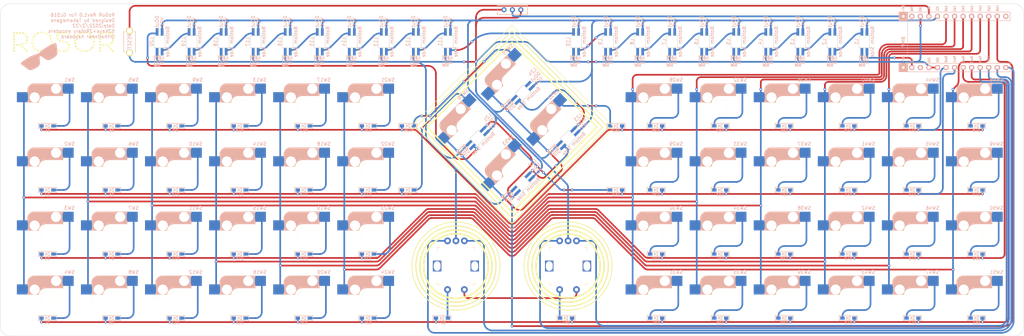
<source format=kicad_pcb>
(kicad_pcb (version 20211014) (generator pcbnew)
  (layers (0 "F.Cu" signal) (31 "B.Cu" signal) (34 "B.Paste" user) (35 "F.Paste" user) (36 "B.SilkS" user "B.Silkscreen") (37 "F.SilkS" user "F.Silkscreen") (38 "B.Mask" user) (39 "F.Mask" user) (44 "Edge.Cuts" user))
  (net 0 "")
  (net 1 "Row0")
  (net 2 "Net-(D1-Pad2)")
  (net 3 "Row1")
  (net 4 "Net-(D2-Pad2)")
  (net 5 "Row2")
  (net 6 "Net-(D3-Pad2)")
  (net 7 "Row3")
  (net 8 "Net-(D4-Pad2)")
  (net 9 "Net-(D5-Pad2)")
  (net 10 "Net-(D6-Pad2)")
  (net 11 "Net-(D7-Pad2)")
  (net 12 "Net-(D8-Pad2)")
  (net 13 "Net-(D9-Pad2)")
  (net 14 "Net-(D10-Pad2)")
  (net 15 "Net-(D11-Pad2)")
  (net 16 "Net-(D12-Pad2)")
  (net 17 "Net-(D13-Pad2)")
  (net 18 "Net-(D14-Pad2)")
  (net 19 "Net-(D15-Pad2)")
  (net 20 "Net-(D16-Pad2)")
  (net 21 "Net-(D17-Pad2)")
  (net 22 "Net-(D18-Pad2)")
  (net 23 "Net-(D19-Pad2)")
  (net 24 "Net-(D20-Pad2)")
  (net 25 "Net-(D21-Pad2)")
  (net 26 "Net-(D22-Pad2)")
  (net 27 "Net-(D23-Pad2)")
  (net 28 "Net-(D24-Pad2)")
  (net 29 "Net-(D25-Pad2)")
  (net 30 "Net-(D26-Pad2)")
  (net 31 "Net-(D27-Pad2)")
  (net 32 "Net-(D28-Pad1)")
  (net 33 "Net-(D29-Pad1)")
  (net 34 "Net-(D30-Pad1)")
  (net 35 "Net-(D31-Pad1)")
  (net 36 "Net-(D32-Pad1)")
  (net 37 "Net-(D33-Pad1)")
  (net 38 "Net-(D34-Pad1)")
  (net 39 "Net-(D35-Pad1)")
  (net 40 "Net-(D36-Pad1)")
  (net 41 "Net-(D37-Pad1)")
  (net 42 "Net-(D38-Pad1)")
  (net 43 "Net-(D39-Pad1)")
  (net 44 "Net-(D40-Pad1)")
  (net 45 "Net-(D41-Pad1)")
  (net 46 "Net-(D42-Pad1)")
  (net 47 "Net-(D43-Pad1)")
  (net 48 "Net-(D44-Pad1)")
  (net 49 "Net-(D45-Pad1)")
  (net 50 "Net-(D46-Pad1)")
  (net 51 "Net-(D47-Pad1)")
  (net 52 "Net-(D48-Pad1)")
  (net 53 "Net-(D49-Pad1)")
  (net 54 "Net-(D50-Pad1)")
  (net 55 "Net-(D51-Pad1)")
  (net 56 "Net-(D52-Pad1)")
  (net 57 "Net-(D53-Pad1)")
  (net 58 "Net-(D54-Pad1)")
  (net 59 "GND")
  (net 60 "Bat+")
  (net 61 "LED")
  (net 62 "Net-(L1-Pad1)")
  (net 63 "VCC")
  (net 64 "Net-(L2-Pad1)")
  (net 65 "Net-(L3-Pad1)")
  (net 66 "Net-(L4-Pad1)")
  (net 67 "Net-(L5-Pad1)")
  (net 68 "Net-(L6-Pad1)")
  (net 69 "Net-(L7-Pad1)")
  (net 70 "Net-(L8-Pad1)")
  (net 71 "Net-(L10-Pad3)")
  (net 72 "Net-(L10-Pad1)")
  (net 73 "Net-(L11-Pad1)")
  (net 74 "Net-(L12-Pad1)")
  (net 75 "Net-(L13-Pad1)")
  (net 76 "Net-(L14-Pad1)")
  (net 77 "Net-(L15-Pad1)")
  (net 78 "Net-(L16-Pad1)")
  (net 79 "Net-(L17-Pad1)")
  (net 80 "Net-(L18-Pad1)")
  (net 81 "Net-(L19-Pad1)")
  (net 82 "Net-(L20-Pad1)")
  (net 83 "Net-(L21-Pad1)")
  (net 84 "Net-(L22-Pad1)")
  (net 85 "Net-(L23-Pad1)")
  (net 87 "Col0")
  (net 88 "Col1")
  (net 89 "Col2")
  (net 90 "Col3")
  (net 91 "Col4")
  (net 92 "Col5")
  (net 93 "Col6")
  (net 94 "A1")
  (net 95 "B1")
  (net 96 "A2")
  (net 97 "B2")
  (net 98 "Reset")
  (footprint "kbd_SW:CherryMX_Hotswap_1u" (layer "F.Cu") (at 252.4125 47.625)
    (fp_text reference "SW36")
    (fp_text value "SW_PUSH" hide)
  )
  (footprint "kbd_SW:CherryMX_Hotswap_1u" (layer "F.Cu") (at 184.920385 53.951635 45)
    (fp_text reference "SW52")
    (fp_text value "SW_PUSH" hide)
  )
  (footprint "kbd_SW:CherryMX_Hotswap_1u" (layer "F.Cu") (at 52.3875 47.625)
    (fp_text reference "SW5")
    (fp_text value "SW_PUSH" hide)
  )
  (footprint "kbd_Parts:Diode_SMD" (layer "F.Cu") (at 214.31268 91.678202)
    (fp_text reference "D30")
    (fp_text value "D" hide)
  )
  (footprint "kbd_Parts:Diode_SMD" (layer "F.Cu") (at 90.487576 72.628186)
    (fp_text reference "D14")
    (fp_text value "D" hide)
  )
  (footprint "kbd_SW:CherryMX_Hotswap_1u" (layer "F.Cu") (at 290.5125 47.625)
    (fp_text reference "SW44")
    (fp_text value "SW_PUSH" hide)
  )
  (footprint "kbd_Parts:ResetSW" (layer "F.Cu") (at 57.745458 28.575072 90)
    (fp_text reference "SW55" hide)
    (fp_text value "SW_PUSH")
  )
  (footprint "kbd_SW:CherryMX_Hotswap_1u" (layer "F.Cu") (at 214.3125 85.725)
    (fp_text reference "SW30")
    (fp_text value "SW_PUSH" hide)
  )
  (footprint "kbd_Parts:Diode_SMD" (layer "F.Cu") (at 271.462728 110.728218)
    (fp_text reference "D43")
    (fp_text value "D" hide)
  )
  (footprint "kbd_Parts:Diode_SMD" (layer "F.Cu") (at 71.43756 110.728218)
    (fp_text reference "D12")
    (fp_text value "D" hide)
  )
  (footprint "kbd_Parts:LED_SK6812MINI-E_BL" (layer "F.Cu") (at 85.725 28.575 90)
    (fp_text reference "L18")
    (fp_text value "SK6812MINI")
    (fp_line (start -1.75 1.6) (end -1.75 -1.6) (layer "Edge.Cuts") (width 0.12))
    (fp_line (start -1.75 -1.6) (end 1.75 -1.6) (layer "Edge.Cuts") (width 0.12))
    (fp_line (start 1.75 -1.6) (end 1.75 1.6) (layer "Edge.Cuts") (width 0.12))
    (fp_line (start 1.75 1.6) (end -1.75 1.6) (layer "Edge.Cuts") (width 0.12))
  )
  (footprint "kbd_Parts:LED_SK6812MINI-E_BL" (layer "F.Cu") (at 188.193093 57.226861 45)
    (fp_text reference "L23")
    (fp_text value "SK6812MINI")
    (fp_line (start -1.75 1.6) (end -1.75 -1.6) (layer "Edge.Cuts") (width 0.12))
    (fp_line (start 1.75 1.6) (end -1.75 1.6) (layer "Edge.Cuts") (width 0.12))
    (fp_line (start 1.75 -1.6) (end 1.75 1.6) (layer "Edge.Cuts") (width 0.12))
    (fp_line (start -1.75 -1.6) (end 1.75 -1.6) (layer "Edge.Cuts") (width 0.12))
  )
  (footprint "kbd_Parts:Diode_SMD" (layer "F.Cu") (at 309.56276 91.678202)
    (fp_text reference "D50")
    (fp_text value "D" hide)
  )
  (footprint "kbd_SW:CherryMX_Hotswap_1u" (layer "F.Cu") (at 109.5375 85.725)
    (fp_text reference "SW19")
    (fp_text value "SW_PUSH" hide)
  )
  (footprint "kbd_SW:CherryMX_Hotswap_1u" (layer "F.Cu") (at 33.3375 85.725)
    (fp_text reference "SW3")
    (fp_text value "SW_PUSH" hide)
  )
  (footprint "kbd_Parts:Diode_SMD" (layer "F.Cu") (at 71.43756 72.628186)
    (fp_text reference "D10")
    (fp_text value "D" hide)
  )
  (footprint "kbd_Parts:Diode_SMD" (layer "F.Cu") (at 309.56276 72.628186)
    (fp_text reference "D49")
    (fp_text value "D" hide)
  )
  (footprint "kbd_SW:CherryMX_Hotswap_1u" (layer "F.Cu") (at 271.4625 85.725)
    (fp_text reference "SW42")
    (fp_text value "SW_PUSH" hide)
  )
  (footprint "kbd_Parts:Diode_SMD" (layer "F.Cu") (at 252.412712 72.628186)
    (fp_text reference "D37")
    (fp_text value "D" hide)
  )
  (footprint "kbd_Parts:Diode_SMD" (layer "F.Cu") (at 271.462728 91.678202)
    (fp_text reference "D42")
    (fp_text value "D" hide)
  )
  (footprint "kbd_Parts:Diode_SMD" (layer "F.Cu") (at 52.387544 72.628186)
    (fp_text reference "D6")
    (fp_text value "D" hide)
  )
  (footprint "kbd_SW:CherryMX_Hotswap_1u" (layer "F.Cu") (at 252.4125 85.725)
    (fp_text reference "SW38")
    (fp_text value "SW_PUSH" hide)
  )
  (footprint "kbd_SW:CherryMX_Hotswap_1u" (layer "F.Cu") (at 71.4375 66.675)
    (fp_text reference "SW10")
    (fp_text value "SW_PUSH" hide)
  )
  (footprint "kbd_SW:CherryMX_Hotswap_1u" (layer "F.Cu") (at 252.4125 104.775)
    (fp_text reference "SW39")
    (fp_text value "SW_PUSH" hide)
  )
  (footprint "kbd_Parts:Diode_SMD" (layer "F.Cu") (at 90.487576 110.728218)
    (fp_text reference "D16")
    (fp_text value "D" hide)
  )
  (footprint "kbd_SW:CherryMX_Hotswap_1u" (layer "F.Cu") (at 128.5875 66.675)
    (fp_text reference "SW22")
    (fp_text value "SW_PUSH" hide)
  )
  (footprint "kbd_SW:CherryMX_Hotswap_1u" (layer "F.Cu") (at 90.4875 104.775)
    (fp_text reference "SW16")
    (fp_text value "SW_PUSH" hide)
  )
  (footprint "kbd_Parts:Diode_SMD" (layer "F.Cu") (at 150.614442 110.728218)
    (fp_text reference "D27")
    (fp_text value "D" hide)
  )
  (footprint "kbd_SW:CherryMX_Hotswap_1u" (layer "F.Cu") (at 290.5125 85.725)
    (fp_text reference "SW46")
    (fp_text value "SW_PUSH" hide)
  )
  (footprint "kbd_SW:CherryMX_Hotswap_1u" (layer "F.Cu") (at 71.4375 47.625)
    (fp_text reference "SW9")
    (fp_text value "SW_PUSH" hide)
  )
  (footprint "kbd_Parts:Diode_SMD" (layer "F.Cu") (at 52.387544 53.57817)
    (fp_text reference "D5")
    (fp_text value "D" hide)
  )
  (footprint "kbd_SW:CherryMX_Hotswap_1u" (layer "F.Cu") (at 233.3625 47.625)
    (fp_text reference "SW32")
    (fp_text value "SW_PUSH" hide)
  )
  (footprint "kbd_Parts:Diode_SMD" (layer "F.Cu") (at 52.387544 91.678202)
    (fp_text reference "D7")
    (fp_text value "D" hide)
  )
  (footprint "kbd_SW:CherryMX_Hotswap_1u" (layer "F.Cu") (at 309.5625 85.725)
    (fp_text reference "SW50")
    (fp_text value "SW_PUSH" hide)
  )
  (footprint "kbd_SW:CherryMX_Hotswap_1u" (layer "F.Cu") (at 309.5625 104.775)
    (fp_text reference "SW51")
    (fp_text value "SW_PUSH" hide)
  )
  (footprint "kbd_SW:CherryMX_Hotswap_1u" (layer "F.Cu") (at 233.3625 66.675)
    (fp_text reference "SW33")
    (fp_text value "SW_PUSH" hide)
  )
  (footprint "kbd_Parts:Diode_SMD" (layer "F.Cu") (at 109.537592 91.678202)
    (fp_text reference "D19")
    (fp_text value "D" hide)
  )
  (footprint "kbd_Parts:LED_SK6812MINI-E_BL" (layer "F.Cu") (at 161.255138 57.224366 45)
    (fp_text reference "L21")
    (fp_text value "SK6812MINI")
    (fp_line (start 1.75 1.6) (end -1.75 1.6) (layer "Edge.Cuts") (width 0.12))
    (fp_line (start -1.75 -1.6) (end 1.75 -1.6) (layer "Edge.Cuts") (width 0.12))
    (fp_line (start 1.75 -1.6) (end 1.75 1.6) (layer "Edge.Cuts") (width 0.12))
    (fp_line (start -1.75 1.6) (end -1.75 -1.6) (layer "Edge.Cuts") (width 0.12))
  )
  (footprint "kbd_Parts:Diode_SMD" (layer "F.Cu") (at 140.493868 72.628186)
    (fp_text reference "D26")
    (fp_text value "D" hide)
  )
  (footprint "kbd_Parts:Diode_SMD" (layer "F.Cu") (at 202.40642 53.57817)
    (fp_text reference "D52")
    (fp_text value "D" hide)
  )
  (footprint "kbd_SW:CherryMX_Hotswap_1u" (layer "F.Cu") (at 233.3625 104.775)
    (fp_text reference "SW35")
    (fp_text value "SW_PUSH" hide)
  )
  (footprint "kbd_Parts:Diode_SMD" (layer "F.Cu") (at 233.362696 53.57817)
    (fp_text reference "D32")
    (fp_text value "D" hide)
  )
  (footprint "kbd_SW:CherryMX_Hotswap_1u" (layer "F.Cu") (at 33.3375 47.625)
    (fp_text reference "SW1")
    (fp_text value "SW_PUSH" hide)
  )
  (footprint "kbd_Parts:RotaryEncoder_EC12E" (layer "F.Cu") (at 154.78125 95.25 -90)
    (fp_text reference "SW27")
    (fp_text value "RotaryEncoder_Switch")
  )
  (footprint "kbd_Parts:LED_SK6812MINI-E_BL" (layer "F.Cu") (at 133.35 28.575 90)
    (fp_text reference "L13")
    (fp_text value "SK6812MINI")
    (fp_line (start -1.75 1.6) (end -1.75 -1.6) (layer "Edge.Cuts") (width 0.12))
    (fp_line (start 1.75 -1.6) (end 1.75 1.6) (layer "Edge.Cuts") (width 0.12))
    (fp_line (start 1.75 1.6) (end -1.75 1.6) (layer "Edge.Cuts") (width 0.12))
    (fp_line (start -1.75 -1.6) (end 1.75 -1.6) (layer "Edge.Cuts") (width 0.12))
  )
  (footprint "kbd_Parts:Diode_SMD" (layer "F.Cu") (at 309.56276 53.57817)
    (fp_text reference "D48")
    (fp_text value "D" hide)
  )
  (footprint "kbd_Parts:Diode_SMD" (layer "F.Cu") (at 214.31268 110.728218)
    (fp_text reference "D31")
    (fp_text value "D" hide)
  )
  (footprint "kbd_Parts:LED_SK6812MINI-E_BL" (layer "F.Cu") (at 104.775 28.575 90)
    (fp_text reference "L16")
    (fp_text value "SK6812MINI")
    (fp_line (start 1.75 -1.6) (end 1.75 1.6) (layer "Edge.Cuts") (width 0.12))
    (fp_line (start -1.75 1.6) (end -1.75 -1.6) (layer "Edge.Cuts") (width 0.12))
    (fp_line (start 1.75 1.6) (end -1.75 1.6) (layer "Edge.Cuts") (width 0.12))
    (fp_line (start -1.75 -1.6) (end 1.75 -1.6) (layer "Edge.Cuts") (width 0.12))
  )
  (footprint "kbd_Parts:RotaryEncoder_EC12E" (layer "F.Cu") (at 188.11875 95.25 -90)
    (fp_text reference "SW54")
    (fp_text value "RotaryEncoder_Switch")
  )
  (footprint "kbd_Parts:Diode_SMD" (layer "F.Cu") (at 290.512744 72.628186)
    (fp_text reference "D45")
    (fp_text value "D" hide)
  )
  (footprint "kbd_SW:CherryMX_Hotswap_1u" (layer "F.Cu") (at 52.3875 85.725)
    (fp_text reference "SW7")
    (fp_text value "SW_PUSH" hide)
  )
  (footprint "kbd_SW:CherryMX_Hotswap_1u" (layer "F.Cu") (at 271.4625 47.625)
    (fp_text reference "SW40")
    (fp_text value "SW_PUSH" hide)
  )
  (footprint "kbd_SW:CherryMX_Hotswap_1u" (layer "F.Cu") (at 309.5625 66.675)
    (fp_text reference "SW49")
    (fp_text value "SW_PUSH" hide)
  )
  (footprint "kbd_Parts:Diode_SMD" (layer "F.Cu") (at 309.56276 110.728218)
    (fp_text reference "D51")
    (fp_text value "D" hide)
  )
  (footprint "kbd_Parts:Diode_SMD" (layer "F.Cu") (at 33.337528 72.628186)
    (fp_text reference "D2")
    (fp_text value "D" hide)
  )
  (footprint "kbd_Parts:LED_SK6812MINI-E_BL" (layer "F.Cu") (at 174.649658 70.767714 45)
    (fp_text reference "L22")
    (fp_text value "SK6812MINI")
    (fp_line (start -1.75 1.6) (end -1.75 -1.6) (layer "Edge.Cuts") (width 0.12))
    (fp_line (start 1.75 1.6) (end -1.75 1.6) (layer "Edge.Cuts") (width 0.12))
    (fp_line (start -1.75 -1.6) (end 1.75 -1.6) (layer "Edge.Cuts") (width 0.12))
    (fp_line (start 1.75 -1.6) (end 1.75 1.6) (layer "Edge.Cuts") (width 0.12))
  )
  (footprint "kbd_Parts:LED_SK6812MINI-E_BL" (layer "F.Cu") (at 228.6 28.575 90)
    (fp_text reference "L6")
    (fp_text value "SK6812MINI")
    (fp_line (start -1.75 -1.6) (end 1.75 -1.6) (layer "Edge.Cuts") (width 0.12))
    (fp_line (start 1.75 -1.6) (end 1.75 1.6) (layer "Edge.Cuts") (width 0.12))
    (fp_line (start -1.75 1.6) (end -1.75 -1.6) (layer "Edge.Cuts") (width 0.12))
    (fp_line (start 1.75 1.6) (end -1.75 1.6) (layer "Edge.Cuts") (width 0.12))
  )
  (footprint "kbd_Parts:Diode_SMD" (layer "F.Cu") (at 33.337528 53.57817)
    (fp_text reference "D1")
    (fp_text value "D" hide)
  )
  (footprint "kbd_Parts:Micon_BMP_GL" (layer "F.Cu") (at 304.8 28.575 90)
    (fp_text reference "U1" hide)
    (fp_text value "BLEMicroPro" hide)
  )
  (footprint "kbd_Parts:Diode_SMD" (layer "F.Cu") (at 52.387544 110.728218)
    (fp_text reference "D8")
    (fp_text value "D" hide)
  )
  (footprint "kbd_SW:CherryMX_Hotswap_1u" (layer "F.Cu") (at 171.45 40.48125 45)
    (fp_text reference "SW25")
    (fp_text value "SW_PUSH" hide)
  )
  (footprint "kbd_Parts:Diode_SMD" (layer "F.Cu") (at 90.487576 53.57817)
    (fp_text reference "D13")
    (fp_text value "D" hide)
  )
  (footprint "kbd_Parts:LED_SK6812MINI-E_BL" (layer "F.Cu") (at 123.825 28.575 90)
    (fp_text reference "L14")
    (fp_text value "SK6812MINI")
    (fp_line (start 1.75 1.6) (end -1.75 1.6) (layer "Edge.Cuts") (width 0.12))
    (fp_line (start 1.75 -1.6) (end 1.75 1.6) (layer "Edge.Cuts") (width 0.12))
    (fp_line (start -1.75 -1.6) (end 1.75 -1.6) (layer "Edge.Cuts") (width 0.12))
    (fp_line (start -1.75 1.6) (end -1.75 -1.6) (layer "Edge.Cuts") (width 0.12))
  )
  (footprint "kbd_SW:CherryMX_Hotswap_1u" (layer "F.Cu") (at 128.5875 47.625)
    (fp_text reference "SW21")
    (fp_text value "SW_PUSH" hide)
  )
  (footprint "kbd_SW:CherryMX_Hotswap_1u" (layer "F.Cu") (at 109.5375 104.775)
    (fp_text reference "SW20")
    (fp_text value "SW_PUSH" hide)
  )
  (footprint "kbd_Parts:LED_SK6812MINI-E_BL" (layer "F.Cu") (at 200.025 28.575 90)
    (fp_text reference "L9")
    (fp_text value "SK6812MINI")
    (fp_line (start -1.75 -1.6) (end 1.75 -1.6) (layer "Edge.Cuts") (width 0.12))
    (fp_line (start 1.75 -1.6) (end 1.75 1.6) (layer "Edge.Cuts") (width 0.12))
    (fp_line (start -1.75 1.6) (end -1.75 -1.6) (layer "Edge.Cuts") (width 0.12))
    (fp_line (start 1.75 1.6) (end -1.75 1.6) (layer "Edge.Cuts") (width 0.12))
  )
  (footprint "kbd_Parts:Diode_SMD" (layer "F.Cu") (at 187.52391 110.728218)
    (fp_text reference "D54")
    (fp_text value "D" hide)
  )
  (footprint "kbd_SW:CherryMX_Hotswap_1u" (layer "F.Cu") (at 52.3875 66.675)
    (fp_text reference "SW6")
    (fp_text value "SW_PUSH" hide)
  )
  (footprint "kbd_Parts:LED_SK6812MINI-E_BL" (layer "F.Cu") (at 76.2 28.575 90)
    (fp_text reference "L19")
    (fp_text value "SK6812MINI")
    (fp_line (start -1.75 1.6) (end -1.75 -1.6) (layer "Edge.Cuts") (width 0.12))
    (fp_line (start 1.75 -1.6) (end 1.75 1.6) (layer "Edge.Cuts") (width 0.12))
    (fp_line (start 1.75 1.6) (end -1.75 1.6) (layer "Edge.Cuts") (width 0.12))
    (fp_line (start -1.75 -1.6) (end 1.75 -1.6) (layer "Edge.Cuts") (width 0.12))
  )
  (footprint "kbd_Parts:Diode_SMD" (layer "F.Cu") (at 71.43756 91.678202)
    (fp_text reference "D11")
    (fp_text value "D" hide)
  )
  (footprint "kbd_Parts:Diode_SMD" (layer "F.Cu") (at 252.412712 110.728218)
    (fp_text reference "D39")
    (fp_text value "D" hide)
  )
  (footprint "kbd_Parts:Diode_SMD" (layer "F.Cu") (at 271.462728 53.57817)
    (fp_text reference "D40")
    (fp_text value "D" hide)
  )
  (footprint "kbd_SW:CherryMX_Hotswap_1u" (layer "F.Cu") (at 109.5375 66.675)
    (fp_text reference "SW18")
    (fp_text value "SW_PUSH" hide)
  )
  (footprint "kbd_Parts:LED_SK6812MINI-E_BL" (layer "F.Cu") (at 142.875 28.575 90)
    (fp_text reference "L12")
    (fp_text value "SK6812MINI")
    (fp_line (start 1.75 -1.6) (end 1.75 1.6) (layer "Edge.Cuts") (width 0.12))
    (fp_line (start 1.75 1.6) (end -1.75 1.6) (layer "Edge.Cuts") (width 0.12))
    (fp_line (start -1.75 1.6) (end -1.75 -1.6) (layer "Edge.Cuts") (width 0.12))
    (fp_line (start -1.75 -1.6) (end 1.75 -1.6) (layer "Edge.Cuts") (width 0.12))
  )
  (footprint "kbd_Parts:LED_SK6812MINI-E_BL" (layer "F.Cu") (at 152.4 28.575 90)
    (fp_text reference "L11")
    (fp_text value "SK6812MINI")
    (fp_line (start 1.75 1.6) (end -1.75 1.6) (layer "Edge.Cuts") (width 0.12))
    (fp_line (start 1.75 -1.6) (end 1.75 1.6) (layer "Edge.Cuts") (width 0.12))
    (fp_line (start -1.75 1.6) (end -1.75 -1.6) (layer "Edge.Cuts") (width 0.12))
    (fp_line (start -1.75 -1.6) (end 1.75 -1.6) (layer "Edge.Cuts") (width 0.12))
  )
  (footprint "kbd_SW:CherryMX_Hotswap_1u" (layer "F.Cu") (at 157.979616 53.951635 45)
    (fp_text reference "SW26")
    (fp_text value "SW_PUSH" hide)
  )
  (footprint "kbd_SW:CherryMX_Hotswap_1u" (layer "F.Cu") (at 214.3125 47.625)
    (fp_text reference "SW28")
    (fp_text value "SW_PUSH" hide)
  )
  (footprint "kbd_SW:CherryMX_Hotswap_1u" (layer "F.Cu") (at 71.4375 85.725)
    (fp_text reference "SW11")
    (fp_text value "SW_PUSH" hide)
  )
  (footprint "kbd_Parts:LED_SK6812MINI-E_BL" (layer "F.Cu") (at 276.225 28.575 90)
    (fp_text reference "L1")
    (fp_text value "SK6812MINI")
    (fp_line (start -1.75 1.6) (end -1.75 -1.6) (layer "Edge.Cuts") (width 0.12))
    (fp_line (start 1.75 1.6) (end -1.75 1.6) (layer "Edge.Cuts") (width 0.12))
    (fp_line (start 1.75 -1.6) (end 1.75 1.6) (layer "Edge.Cuts") (width 0.12))
    (fp_line (start -1.75 -1.6) (end 1.75 -1.6) (layer "Edge.Cuts") (width 0.12))
  )
  (footprint "kbd_Parts:Diode_SMD" (layer "F.Cu") (at 202.40642 72.628186)
    (fp_text reference "D53")
    (fp_text value "D" hide)
  )
  (footprint "kbd_Parts:Diode_SMD" (layer "F.Cu") (at 233.362696 110.728218)
    (fp_text reference "D35")
    (fp_text value "D" hide)
  )
  (footprint "kbd_SW:CherryMX_Hotswap_1u" (layer "F.Cu") (at 252.4125 66.675)
    (fp_text reference "SW37")
    (fp_text value "SW_PUSH" hide)
  )
  (footprint "kbd_SW:CherryMX_Hotswap_1u" (layer "F.Cu") (at 271.4625 104.775)
    (fp_text reference "SW43")
    (fp_text value "SW_PUSH" hide)
  )
  (footprint "kbd_Parts:Diode_SMD" (layer "F.Cu") (at 128.587608 110.728218)
    (fp_text reference "D24")
    (fp_text value "D" hide)
  )
  (footprint "kbd_Parts:LED_SK6812MINI-E_BL" (layer "F.Cu") (at 238.125 28.575 90)
    (fp_text reference "L5")
    (fp_text value "SK6812MINI")
    (fp_line (start 1.75 1.6) (end -1.75 1.6) (layer "Edge.Cuts") (width 0.12))
    (fp_line (start -1.75 -1.6) (end 1.75 -1.6) (layer "Edge.Cuts") (width 0.12))
    (fp_line (start -1.75 1.6) (end -1.75 -1.6) (layer "Edge.Cuts") (width 0.12))
    (fp_line (start 1.75 -1.6) (end 1.75 1.6) (layer "Edge.Cuts") (width 0.12))
  )
  (footprint "kbd_Parts:LED_SK6812MINI-E_BL" (layer "F.Cu") (at 219.075 28.575 90)
    (fp_text reference "L7")
    (fp_text value "SK6812MINI")
    (fp_line (start -1.75 1.6) (end -1.75 -1.6) (layer "Edge.Cuts") (width 0.12))
    (fp_line (start -1.75 -1.6) (end 1.75 -1.6) (layer "Edge.Cuts") (width 0.12))
    (fp_line (start 1.75 1.6) (end -1.75 1.6) (layer "Edge.Cuts") (width 0.12))
    (fp_line (start 1.75 -1.6) (end 1.75 1.6) (layer "Edge.Cuts") (width 0.12))
  )
  (footprint "kbd_Parts:LED_SK6812MINI-E_BL" (layer "F.Cu") (at 209.55 28.575 90)
    (fp_text reference "L8")
    (fp_text value "SK6812MINI")
    (fp_line (start -1.75 1.6) (end -1.75 -1.6) (layer "Edge.Cuts") (width 0.12))
    (fp_line (start 1.75 -1.6) (end 1.75 1.6) (layer "Edge.Cuts") (width 0.12))
    (fp_line (start 1.75 1.6) (end -1.75 1.6) (layer "Edge.Cuts") (width 0.12))
    (fp_line (start -1.75 -1.6) (end 1.75 -1.6) (layer "Edge.Cuts") (width 0.12))
  )
  (footprint "kbd_Parts:LED_SK6812MINI-E_BL" (layer "F.Cu") (at 174.724072 43.755432 45)
    (fp_text reference "L24")
    (fp_text value "SK6812MINI")
    (fp_line (start -1.75 -1.6) (end 1.75 -1.6) (layer "Edge.Cuts") (width 0.12))
    (fp_line (start 1.75 -1.6) (end 1.75 1.6) (layer "Edge.Cuts") (width 0.12))
    (fp_line (start 1.75 1.6) (end -1.75 1.6) (layer "Edge.Cuts") (width 0.12))
    (fp_line (start -1.75 1.6) (end -1.75 -1.6) (layer "Edge.Cuts") (width 0.12))
  )
  (footprint "kbd_Parts:LED_SK6812MINI-E_BL" (layer "F.Cu") (at 95.25 28.575 90)
    (fp_text reference "L17")
    (fp_text value "SK6812MINI")
    (fp_line (start -1.75 -1.6) (end 1.75 -1.6) (layer "Edge.Cuts") (width 0.12))
    (fp_line (start 1.75 -1.6) (end 1.75 1.6) (layer "Edge.Cuts") (width 0.12))
    (fp_line (start -1.75 1.6) (end -1.75 -1.6) (layer "Edge.Cuts") (width 0.12))
    (fp_line (start 1.75 1.6) (end -1.75 1.6) (layer "Edge.Cuts") (width 0.12))
  )
  (footprint "kbd_Parts:Diode_SMD" (layer "F.Cu") (at 290.512744 91.678202)
    (fp_text reference "D46")
    (fp_text value "D" hide)
  )
  (footprint "kbd_Parts:Diode_SMD" (layer "F.Cu") (at 290.512744 53.57817)
    (fp_text reference "D44")
    (fp_text value "D" hide)
  )
  (footprint "kbd_SW:CherryMX_Hotswap_1u" (layer "F.Cu") (at 290.5125 66.675)
    (fp_text reference "SW45")
    (fp_text value "SW_PUSH" hide)
  )
  (footprint "kbd_SW:CherryMX_Hotswap_1u" (layer "F.Cu") (at 290.5125 104.775)
    (fp_text reference "SW47")
    (fp_text value "SW_PUSH" hide)
  )
  (footprint "kbd_Parts:LED_SK6812MINI-E_BL" (layer "F.Cu") (at 266.7 28.575 90)
    (fp_text reference "L2")
    (fp_text value "SK6812MINI")
    (fp_line (start 1.75 1.6) (end -1.75 1.6) (layer "Edge.Cuts") (width 0.12))
    (fp_line (start -1.75 -1.6) (end 1.75 -1.6) (layer "Edge.Cuts") (width 0.12))
    (fp_line (start 1.75 -1.6) (end 1.75 1.6) (layer "Edge.Cuts") (width 0.12))
    (fp_line (start -1.75 1.6) (end -1.75 -1.6) (layer "Edge.Cuts") (width 0.12))
  )
  (footprint "kbd_SW:CherryMX_Hotswap_1u" (layer "F.Cu") (at 71.4375 104.775)
    (fp_text reference "SW12")
    (fp_text value "SW_PUSH" hide)
  )
  (footprint "kbd_Parts:Diode_SMD" (layer "F.Cu") (at 128.587608 72.628186)
    (fp_text reference "D22")
    (fp_text value "D" hide)
  )
  (footprint "kbd_Parts:Diode_SMD" (layer "F.Cu") (at 90.487576 91.678202)
    (fp_text reference "D15")
    (fp_text value "D" hide)
  )
  (footprint "kbd_Parts:Diode_SMD" (layer "F.Cu") (at 214.31268 53.57817)
    (fp_text reference "D28")
    (fp_text value "D" hide)
  )
  (footprint "kbd_Parts:Diode_SMD" (layer "F.Cu") (at 140.493868 53.57817)
    (fp_text reference "D25")
    (fp_text value "D" hide)
  )
  (footprint "kbd_Parts:Diode_SMD" (layer "F.Cu") (at 233.3625 72.628186)
    (fp_text reference "D33")
    (fp_text value "D" hide)
  )
  (footprint "kbd_SW:CherryMX_Hotswap_1u" (layer "F.Cu") (at 214.3125 104.775)
    (fp_text reference "SW31")
    (fp_text value "SW_PUSH" hide)
  )
  (footprint "kbd_SW:CherryMX_Hotswap_1u" (layer "F.Cu") (at 309.5625 47.625)
    (fp_text reference "SW48")
    (fp_text value "SW_PUSH" hide)
  )
  (footprint "kbd_Parts:Diode_SMD" (layer "F.Cu") (at 33.337528 91.678202)
    (fp_text reference "D3")
    (fp_text value "D" hide)
  )
  (footprint "kbd_Parts:Diode_SMD" (layer "F.Cu") (at 252.412712 53.57817)
    (fp_text reference "D36")
    (fp_text value "D" hide)
  )
  (footprint "kbd_SW:CherryMX_Hotswap_1u" (layer "F.Cu") (at 90.4875 66.675)
    (fp_text reference "SW14")
    (fp_text value "SW_PUSH" hide)
  )
  (footprint "kbd_Parts:Diode_SMD" (layer "F.Cu") (at 33.337528 110.728218)
    (fp_text reference "D4")
    (fp_text value "D" hide)
  )
  (footprint "kbd_SW:CherryMX_Hotswap_1u" (layer "F.Cu") (at 214.3125 66.675)
    (fp_text reference "SW29")
    (fp_text value "SW_PUSH" hide)
  )
  (footprint "kbd_SW:CherryMX_Hotswap_1u" (layer "F.Cu") (at 109.5375 47.625)
    (fp_text reference "SW17")
    (fp_text value "SW_PUSH" hide)
  )
  (footprint "kbd_Parts:LED_SK6812MINI-E_BL" (layer "F.Cu") (at 257.175 28.575 90)
    (fp_text reference "L3")
    (fp_text value "SK6812MINI")
    (fp_line (start -1.75 -1.6) (end 1.75 -1.6) (layer "Edge.Cuts") (width 0.12))
    (fp_line (start 1.75 -1.6) (end 1.75 1.6) (layer "Edge.Cuts") (width 0.12))
    (fp_line (start 1.75 1.6) (end -1.75 1.6) (layer "Edge.Cuts") (width 0.12))
    (fp_line (start -1.75 1.6) (end -1.75 -1.6) (layer "Edge.Cuts") (width 0.12))
  )
  (footprint "kbd_Parts:Diode_SMD" (layer "F.Cu") (at 128.587608 91.678202)
    (fp_text reference "D23")
    (fp_text value "D" hide)
  )
  (footprint "kbd_SW:CherryMX_Hotswap_1u" (layer "F.Cu") (at 90.4875 85.725)
    (fp_text reference "SW15")
    (fp_text value "SW_PUSH" hide)
  )
  (footprint "kbd_Parts:Diode_SMD" (layer "F.Cu") (at 290.512744 110.728218)
    (fp_text reference "D47")
    (fp_text value "D" hide)
  )
  (footprint "kbd_SW:CherryMX_Hotswap_1u" (layer "F.Cu") (at 128.5875 85.725)
    (fp_text reference "SW23")
    (fp_text value "SW_PUSH" hide)
  )
  (footprint "kbd_SW:CherryMX_Hotswap_1u" (layer "F.Cu") (at 33.3375 66.675)
    (fp_text reference "SW2")
    (fp_text value "SW_PUSH" hide)
  )
  (footprint "kbd_SW:CherryMX_Hotswap_1u" (layer "F.Cu") (at 128.5875 104.775)
    (fp_text reference "SW24")
    (fp_text value "SW_PUSH" hide)
  )
  (footprint "kbd_Parts:LED_SK6812MINI-E_BL" (layer "F.Cu") (at 66.675 28.575 90)
    (fp_text reference "L20")
    (fp_text value "SK6812MINI")
    (fp_line (start -1.75 -1.6) (end 1.75 -1.6) (layer "Edge.Cuts") (width 0.12))
    (fp_line (start 1.75 -1.6) (end 1.75 1.6) (layer "Edge.Cuts") (width 0.12))
    (fp_line (start 1.75 1.6) (end -1.75 1.6) (layer "Edge.Cuts") (width 0.12))
    (fp_line (start -1.75 1.6) (end -1.75 -1.6) (layer "Edge.Cuts") (width 0.12))
  )
  (footprint "kbd_Parts:LED_SK6812MINI-E_BL" (layer "F.Cu") (at 114.3 28.575 90)
    (fp_text reference "L15")
    (fp_text value "SK6812MINI")
    (fp_line (start 1.75 -1.6) (end 1.75 1.6) (layer "Edge.Cuts") (width 0.12))
    (fp_line (start 1.75 1.6) (end -1.75 1.6) (layer "Edge.Cuts") (width 0.12))
    (fp_line (start -1.75 -1.6) (end 1.75 -1.6) (layer "Edge.Cuts") (width 0.12))
    (fp_line (start -1.75 1.6) (end -1.75 -1.6) (layer "Edge.Cuts") (width 0.12))
  )
  (footprint "kbd_SW:CherryMX_Hotswap_1u" (layer "F.Cu") (at 33.3375 104.775)
    (fp_text reference "SW4")
    (fp_text value "SW_PUSH" hide)
  )
  (footprint "kbd_Parts:Battery_XH2.5_GL_PCB" (layer "F.Cu") (at 171.56875 19)
    (fp_text reference "J1")
    (fp_text value "Conn_01x02" hide)
  )
  (footprint "kbd_Parts:Diode_SMD" (layer "F.Cu") (at 109.5375 53.57817)
    (fp_text reference "D17")
    (fp_text value "D" hide)
  )
  (footprint "kbd_Parts:LED_SK6812MINI-E_BL" (layer "F.Cu") (at 247.65 28.575 90)
    (fp_text reference "L4")
    (fp_text value "SK6812MINI")
    (fp_line (start -1.75 -1.6) (end 1.75 -1.6) (layer "Edge.Cuts") (width 0.12))
    (fp_line (start 1.75 1.6) (end -1.75 1.6) (layer "Edge.Cuts") (width 0.12))
    (fp_line (start -1.75 1.6) (end -1.75 -1.6) (layer "Edge.Cuts") (width 0.12))
    (fp_line (start 1.75 -1.6) (end 1.75 1.6) (layer "Edge.Cuts") (width 0.12))
  )
  (footprint "LOGO" (layer "F.Cu") (at 38.1 28.575)
    (fp_text reference "G***")
    (fp_text value "LOGO" hide)
  )
  (footprint "kbd_Parts:Diode_SMD" (layer "F.Cu") (at 233.362696 91.678202)
    (fp_text reference "D34")
    (fp_text value "D" hide)
  )
  (footprint "kbd_SW:CherryMX_Hotswap_1u" (layer "F.Cu") (at 90.4875 47.625)
    (fp_text reference "SW13")
    (fp_text value "SW_PUSH" hide)
  )
  (footprint "kbd_SW:CherryMX_Hotswap_1u" (layer "F.Cu") (at 52.3875 104.775)
    (fp_text reference "SW8")
    (fp_text value "SW_PUSH" hide)
  )
  (footprint "kbd_SW:CherryMX_Hotswap_1u" (layer "F.Cu") (at 171.45 67.422019 45)
    (fp_text reference "SW53")
    (fp_text value "SW_PUSH" hide)
  )
  (footprint "kbd_Parts:Diode_SMD" (layer "F.Cu") (at 271.4625 72.628186)
    (fp_text reference "D41")
    (fp_text value "D" hide)
  )
  (footprint "kbd_Parts:Diode_SMD" (layer "F.Cu") (at 252.412712 91.678202)
    (fp_text reference "D38")
    (fp_text value "D" hide)
  )
  (footprint "kbd_Parts:Diode_SMD" (layer "F.Cu") (at 109.537592 110.728218)
    (fp_text reference "D20")
    (fp_text value "D" hide)
  )
  (footprint "kbd_Parts:Diode_SMD" (layer "F.Cu") (at 109.537592 72.628186)
    (fp_text reference "D18")
    (fp_text value "D" hide)
  )
  (footprint "kbd_Parts:Diode_SMD" (layer "F.Cu") (at 71.43756 53.57817)
    (fp_text reference "D9")
    (fp_text value "D" hide)
  )
  (footprint "kbd_SW:CherryMX_Hotswap_1u" (layer "F.Cu") (at 233.3625 85.725)
    (fp_text reference "SW34")
    (fp_text value "SW_PUSH" hide)
  )
  (footprint "kbd_Parts:Diode_SMD" (layer "F.Cu") (at 214.31268 72.628186)
    (fp_text reference "D29")
    (fp_text value "D" hide)
  )
  (footprint "kbd_SW:CherryMX_Hotswap_1u" (layer "F.Cu") (at 271.4625 66.675)
    (fp_text reference "SW41")
    (fp_text value "SW_PUSH" hide)
  )
  (footprint "kbd_Parts:LED_SK6812MINI-E_BL" (layer "F.Cu") (at 190.5 28.575 90)
    (fp_text reference "L10")
    (fp_text value "SK6812MINI")
    (fp_line (start -1.75 1.6) (end -1.75 -1.6) (layer "Edge.Cuts") (width 0.12))
    (fp_line (start 1.75 -1.6) (end 1.75 1.6) (layer "Edge.Cuts") (width 0.12))
    (fp_line (start -1.75 -1.6) (end 1.75 -1.6) (layer "Edge.Cuts") (width 0.12))
    (fp_line (start 1.75 1.6) (end -1.75 1.6) (layer "Edge.Cuts") (width 0.12))
  )
  (footprint "kbd_Parts:Diode_SMD" (layer "F.Cu") (at 128.587608 53.57817)
    (fp_text reference "D21")
    (fp_text value "D" hide)
  )
  (footprint "LOGO" (layer "B.Cu") (at 31.402708 33.337472 -150)
    (fp_text reference "G***")
    (fp_text value "LOGO" hide)
  )
  (gr_poly (pts (xy 146.193029 53.951634) (xy 171.45 28.694664) (xy 196.70697 53.951634) (xy 171.45 79.208605)) (layer "F.SilkS") (width 0.45) (fill none))
  (gr_circle (center 154.78125 95.25) (end 167.878125 95.25) (layer "F.SilkS") (width 0.25) (fill none))
  (gr_circle (center 188.11875 95.25) (end 198.834375 95.25) (layer "F.SilkS") (width 0.45) (fill none))
  (gr_circle (center 188.11875 95.25) (end 197.64375 95.25) (layer "F.SilkS") (width 0.5) (fill none))
  (gr_circle (center 154.78125 95.25) (end 164.380376 95.25) (layer "F.SilkS") (width 0.5) (fill none))
  (gr_circle (center 154.78125 95.25) (end 165.496875 95.25) (layer "F.SilkS") (width 0.45) (fill none))
  (gr_circle (center 188.11875 95.25) (end 201.215625 95.25) (layer "F.SilkS") (width 0.25) (fill none))
  (gr_poly (pts (xy 171.45 82.5762) (xy 200.074566 53.951634) (xy 171.45 25.327068) (xy 142.825434 53.951634)) (layer "F.SilkS") (width 0.25) (fill none))
  (gr_poly (pts (xy 171.45 27.010866) (xy 144.509232 53.951634) (xy 171.45 80.892402) (xy 198.390768 53.951634)) (layer "F.SilkS") (width 0.35) (fill none))
  (gr_circle (center 188.11875 95.25) (end 200.084383 95.25) (layer "F.SilkS") (width 0.35) (fill none))
  (gr_circle (center 154.78125 95.25) (end 166.6875 95.25) (layer "F.SilkS") (width 0.35) (fill none))
  (gr_poly (pts (xy 171.45 23.64327) (xy 141.141636 53.951634) (xy 171.45 84.259998) (xy 201.758364 53.951634)) (layer "F.SilkS") (width 0.15) (fill none))
  (gr_arc (start 22.275 116.05) (mid 20.15368 115.17132) (end 19.275 113.05) (layer "Edge.Cuts") (width 0.1))
  (gr_arc (start 19.275 20.25) (mid 20.15368 18.12868) (end 22.275 17.25) (layer "Edge.Cuts") (width 0.1))
  (gr_arc (start 323.625 113.05) (mid 322.74632 115.17132) (end 320.625 116.05) (layer "Edge.Cuts") (width 0.1))
  (gr_arc (start 320.625 17.25) (mid 322.74632 18.12868) (end 323.625 20.25) (layer "Edge.Cuts") (width 0.1))
  (gr_line (start 320.625 17.25) (end 22.275 17.25) (layer "Edge.Cuts") (width 0.1))
  (gr_line (start 323.625 20.25) (end 323.625 113.05) (layer "Edge.Cuts") (width 0.1))
  (gr_line (start 19.275 20.25) (end 19.275 113.05) (layer "Edge.Cuts") (width 0.1))
  (gr_line (start 22.275 116.05) (end 320.625 116.05) (layer "Edge.Cuts") (width 0.1))
  (gr_text "RoSoR Rev1.0 For GL516\nDesigned by Takamegane\nDate:2022/2/22\n52Keys+2Rotary encoders\nOrtholinear Keyboard" (at 53.429252 23.8125) (layer "B.SilkS") (effects (font (size 1 1)) (justify left mirror)))
  (segment (start 138.718868 54.742387) (end 142.390431 54.742387) (width 0.5) (layer "F.Cu") (net 1))
  (segment (start 172.466696 82.327695) (end 199.727847 55.066545) (width 0.5) (layer "F.Cu") (net 1))
  (segment (start 31.562528 54.742387) (end 138.718868 54.742387) (width 0.5) (layer "F.Cu") (net 1))
  (segment (start 200.446676 54.768796) (end 204.192359 54.768796) (width 0.5) (layer "F.Cu") (net 1))
  (segment (start 311.348699 54.768796) (end 204.192359 54.768796) (width 0.5) (layer "F.Cu") (net 1))
  (segment (start 143.173017 55.066545) (end 170.434167 82.327695) (width 0.5) (layer "F.Cu") (net 1))
  (via (at 31.562528 54.742387) (size 0.8) (drill 0.4) (layers "F.Cu" "B.Cu") (net 1))
  (via (at 69.66256 54.742387) (size 0.8) (drill 0.4) (layers "F.Cu" "B.Cu") (net 1))
  (via (at 126.812608 54.742387) (size 0.8) (drill 0.4) (layers "F.Cu" "B.Cu") (net 1))
  (via (at 107.7625 54.74261) (size 0.8) (drill 0.4) (layers "F.Cu" "B.Cu") (net 1))
  (via (at 50.612544 54.742387) (size 0.8) (drill 0.4) (layers "F.Cu" "B.Cu") (net 1))
  (via (at 292.287744 54.742387) (size 0.8) (drill 0.4) (layers "F.Cu" "B.Cu") (net 1))
  (via (at 138.718868 54.742387) (size 0.8) (drill 0.4) (layers "F.Cu" "B.Cu") (net 1))
  (via (at 88.701637 54.768796) (size 0.8) (drill 0.4) (layers "F.Cu" "B.Cu") (net 1))
  (via (at 273.237728 54.742387) (size 0.8) (drill 0.4) (layers "F.Cu" "B.Cu") (net 1))
  (via (at 216.098619 54.768796) (size 0.8) (drill 0.4) (layers "F.Cu" "B.Cu") (net 1))
  (via (at 311.348699 54.768796) (size 0.8) (drill 0.4) (layers "F.Cu" "B.Cu") (net 1))
  (via (at 204.192359 54.768796) (size 0.8) (drill 0.4) (layers "F.Cu" "B.Cu") (net 1))
  (via (at 254.187712 54.742387) (size 0.8) (drill 0.4) (layers "F.Cu" "B.Cu") (net 1))
  (via (at 235.148635 54.768796) (size 0.8) (drill 0.4) (layers "F.Cu" "B.Cu") (net 1))
  (arc (start 199.727847 55.066545) (mid 200.057649 54.846178) (end 200.446676 54.768796) (width 0.5) (layer "F.Cu") (net 1))
  (arc (start 171.450432 82.748646) (mid 172.00043 82.639245) (end 172.466696 82.327695) (width 0.5) (layer "F.Cu") (net 1))
  (arc (start 170.434167 82.327695) (mid 170.900433 82.639244) (end 171.450432 82.748646) (width 0.5) (layer "F.Cu") (net 1))
  (arc (start 142.390431 54.742387) (mid 142.813963 54.826633) (end 143.173017 55.066545) (width 0.5) (layer "F.Cu") (net 1))
  (segment (start 107.7625 53.57817) (end 107.7625 54.74261) (width 0.5) (layer "B.Cu") (net 1))
  (segment (start 50.612544 53.57817) (end 50.612544 54.742387) (width 0.5) (layer "B.Cu") (net 1))
  (segment (start 311.33776 53.57817) (end 311.33776 54.742387) (width 0.5) (layer "B.Cu") (net 1))
  (segment (start 292.314245 54.768888) (end 296.466372 54.768888) (width 0.5) (layer "B.Cu") (net 1))
  (segment (start 88.712576 53.57817) (end 88.712576 54.742387) (width 0.5) (layer "B.Cu") (net 1))
  (segment (start 204.18142 53.57817) (end 204.18142 54.742387) (width 0.5) (layer "B.Cu") (net 1))
  (segment (start 235.137696 53.57817) (end 235.137696 54.742387) (width 0.5) (layer "B.Cu") (net 1))
  (segment (start 298.847628 52.387632) (end 298.847628 37.865772) (width 0.5) (layer "B.Cu") (net 1))
  (segment (start 126.812608 53.57817) (end 126.812608 54.742387) (width 0.5) (layer "B.Cu") (net 1))
  (segment (start 69.66256 53.57817) (end 69.66256 54.742387) (width 0.5) (layer "B.Cu") (net 1))
  (segment (start 273.237728 53.57817) (end 273.237728 54.742387) (width 0.5) (layer "B.Cu") (net 1))
  (segment (start 31.562528 53.57817) (end 31.562528 54.742387) (width 0.5) (layer "B.Cu") (net 1))
  (segment (start 216.08768 53.57817) (end 216.08768 54.742387) (width 0.5) (layer "B.Cu") (net 1))
  (segment (start 254.187712 53.57817) (end 254.187712 54.742387) (width 0.5) (layer "B.Cu") (net 1))
  (segment (start 138.718868 53.57817) (end 138.718868 54.742387) (width 0.5) (layer "B.Cu") (net 1))
  (segment (start 292.287744 53.57817) (end 292.287744 54.742387) (width 0.5) (layer "B.Cu") (net 1))
  (arc (start 235.137696 54.742387) (mid 235.140539 54.756679) (end 235.148635 54.768796) (width 0.5) (layer "B.Cu") (net 1))
  (arc (start 296.466372 54.768888) (mid 298.150174 54.071434) (end 298.847628 52.387632) (width 0.5) (layer "B.Cu") (net 1))
  (arc (start 292.287744 54.742387) (mid 292.290587 54.756679) (end 292.298683 54.768796) (width 0.5) (layer "B.Cu") (net 1))
  (arc (start 292.287744 54.742387) (mid 292.295506 54.761126) (end 292.314245 54.768888) (width 0.5) (layer "B.Cu") (net 1))
  (arc (start 88.712576 54.742387) (mid 88.709733 54.756679) (end 88.701637 54.768796) (width 0.5) (layer "B.Cu") (net 1))
  (arc (start 216.08768 54.742387) (mid 216.090523 54.756679) (end 216.098619 54.768796) (width 0.5) (layer "B.Cu") (net 1))
  (arc (start 204.18142 54.742387) (mid 204.184263 54.756679) (end 204.192359 54.768796) (width 0.5) (layer "B.Cu") (net 1))
  (arc (start 311.33776 54.742387) (mid 311.340603 54.756679) (end 311.348699 54.768796) (width 0.5) (layer "B.Cu") (net 1))
  (arc (start 298.847628 37.865772) (mid 299.326324 36.710096) (end 300.482 36.2314) (width 0.5) (layer "B.Cu") (net 1))
  (segment (start 38.1 53.578125) (end 35.112573 53.578125) (width 0.5) (layer "B.Cu") (net 2))
  (segment (start 39.917021 43.384521) (end 39.917021 51.761104) (width 0.5) (layer "B.Cu") (net 2))
  (arc (start 39.917021 51.761104) (mid 39.384828 53.045932) (end 38.1 53.578125) (width 0.5) (layer "B.Cu") (net 2))
  (segment (start 172.466696 83.518323) (end 181.868427 74.116593) (width 0.5) (layer "F.Cu") (net 3))
  (segment (start 182.587333 73.818812) (end 204.192359 73.818812) (width 0.5) (layer "F.Cu") (net 3))
  (segment (start 138.708053 73.818936) (end 160.31383 73.818936) (width 0.5) (layer "F.Cu") (net 3))
  (segment (start 204.192359 73.818812) (end 311.274004 73.818812) (width 0.5) (layer "F.Cu") (net 3))
  (segment (start 161.032437 74.116593) (end 170.434167 83.518323) (width 0.5) (layer "F.Cu") (net 3))
  (segment (start 31.562528 73.792403) (end 138.644173 73.792403) (width 0.5) (layer "F.Cu") (net 3))
  (segment (start 138.707929 73.818812) (end 138.708053 73.818936) (width 0.5) (layer "F.Cu") (net 3))
  (via (at 292.287744 73.792403) (size 0.8) (drill 0.4) (layers "F.Cu" "B.Cu") (net 3))
  (via (at 138.707929 73.818812) (size 0.8) (drill 0.4) (layers "F.Cu" "B.Cu") (net 3))
  (via (at 69.66256 73.792403) (size 0.8) (drill 0.4) (layers "F.Cu" "B.Cu") (net 3))
  (via (at 235.1375 73.79193) (size 0.8) (drill 0.4) (layers "F.Cu" "B.Cu") (net 3))
  (via (at 204.192359 73.818812) (size 0.8) (drill 0.4) (layers "F.Cu" "B.Cu") (net 3))
  (via (at 273.2375 73.791853) (size 0.8) (drill 0.4) (layers "F.Cu" "B.Cu") (net 3))
  (via (at 31.562528 73.792403) (size 0.8) (drill 0.4) (layers "F.Cu" "B.Cu") (net 3))
  (via (at 311.33776 73.792403) (size 0.8) (drill 0.4) (layers "F.Cu" "B.Cu") (net 3))
  (via (at 216.098619 73.818812) (size 0.8) (drill 0.4) (layers "F.Cu" "B.Cu") (net 3))
  (via (at 88.712576 73.792403) (size 0.8) (drill 0.4) (layers "F.Cu" "B.Cu") (net 3))
  (via (at 50.612544 73.792403) (size 0.8) (drill 0.4) (layers "F.Cu" "B.Cu") (net 3))
  (via (at 107.762592 73.792403) (size 0.8) (drill 0.4) (layers "F.Cu" "B.Cu") (net 3))
  (via (at 126.801669 73.818812) (size 0.8) (drill 0.4) (layers "F.Cu" "B.Cu") (net 3))
  (via (at 254.187712 73.792403) (size 0.8) (drill 0.4) (layers "F.Cu" "B.Cu") (net 3))
  (arc (start 181.868427 74.116593) (mid 182.198264 73.896203) (end 182.587333 73.818812) (width 0.5) (layer "F.Cu") (net 3))
  (arc (start 160.31383 73.818936) (mid 160.702737 73.896295) (end 161.032437 74.116593) (width 0.5) (layer "F.Cu") (net 3))
  (arc (start 170.434167 83.518323) (mid 170.900433 83.829872) (end 171.450432 83.939274) (width 0.5) (layer "F.Cu") (net 3))
  (arc (start 138.644173 73.792403) (mid 138.678677 73.799267) (end 138.707929 73.818812) (width 0.5) (layer "F.Cu") (net 3))
  (arc (start 311.274004 73.818812) (mid 311.308509 73.811948) (end 311.33776 73.792403) (width 0.5) (layer "F.Cu") (net 3))
  (arc (start 171.450432 83.939274) (mid 172.00043 83.829873) (end 172.466696 83.518323) (width 0.5) (layer "F.Cu") (net 3))
  (segment (start 273.2375 72.628186) (end 273.2375 73.791853) (width 0.5) (layer "B.Cu") (net 3))
  (segment (start 299.547148 39.781832) (end 299.547148 71.928788) (width 0.5) (layer "B.Cu") (net 3))
  (segment (start 292.287744 72.628186) (end 292.287744 73.792403) (width 0.5) (layer "B.Cu") (net 3))
  (segment (start 107.762592 72.628186) (end 107.762592 73.792403) (width 0.5) (layer "B.Cu") (net 3))
  (segment (start 88.712576 72.628186) (end 88.712576 73.792403) (width 0.5) (layer "B.Cu") (net 3))
  (segment (start 50.612544 72.628186) (end 50.612544 73.792403) (width 0.5) (layer "B.Cu") (net 3))
  (segment (start 254.187712 72.628186) (end 254.187712 73.792403) (width 0.5) (layer "B.Cu") (net 3))
  (segment (start 31.562528 72.628186) (end 31.562528 73.792403) (width 0.5) (layer "B.Cu") (net 3))
  (segment (start 204.18142 72.628186) (end 204.18142 73.792403) (width 0.5) (layer "B.Cu") (net 3))
  (segment (start 302.419512 38.100096) (end 301.228884 38.100096) (width 0.5) (layer "B.Cu") (net 3))
  (segment (start 69.66256 72.628186) (end 69.66256 73.792403) (width 0.5) (layer "B.Cu") (net 3))
  (segment (start 303.022 37.497608) (end 303.022 36.2314) (width 0.5) (layer "B.Cu") (net 3))
  (segment (start 311.33776 72.628186) (end 311.33776 73.792403) (width 0.5) (layer "B.Cu") (net 3))
  (segment (start 138.718868 72.628186) (end 138.718868 73.792403) (width 0.5) (layer "B.Cu") (net 3))
  (segment (start 126.812608 72.628186) (end 126.812608 73.792403) (width 0.5) (layer "B.Cu") (net 3))
  (segment (start 235.1375 72.628186) (end 235.1375 73.79193) (width 0.5) (layer "B.Cu") (net 3))
  (segment (start 216.08768 72.628186) (end 216.08768 73.792403) (width 0.5) (layer "B.Cu") (net 3))
  (segment (start 292.314277 73.818936) (end 297.657 73.818936) (width 0.5) (layer "B.Cu") (net 3))
  (arc (start 126.812608 73.792403) (mid 126.809765 73.806695) (end 126.801669 73.818812) (width 0.5) (layer "B.Cu") (net 3))
  (arc (start 299.547148 39.781832) (mid 300.039717 38.592665) (end 301.228884 38.100096) (width 0.5) (layer "B.Cu") (net 3))
  (arc (start 216.08768 73.792403) (mid 216.090523 73.806695) (end 216.098619 73.818812) (width 0.5) (layer "B.Cu") (net 3))
  (arc (start 302.419512 38.100096) (mid 302.845535 37.923631) (end 303.022 37.497608) (width 0.5) (layer "B.Cu") (net 3))
  (arc (start 292.287744 73.792403) (mid 292.290587 73.806695) (end 292.298683 73.818812) (width 0.5) (layer "B.Cu") (net 3))
  (arc (start 204.18142 73.792403) (mid 204.184263 73.806695) (end 204.192359 73.818812) (width 0.5) (layer "B.Cu") (net 3))
  (arc (start 297.657 73.818936) (mid 298.993536 73.265324) (end 299.547148 71.928788) (width 0.5) (layer "B.Cu") (net 3))
  (arc (start 292.287744 73.792403) (mid 292.295515 73.811165) (end 292.314277 73.818936) (width 0.5) (layer "B.Cu") (net 3))
  (arc (start 138.718868 73.792403) (mid 138.716025 73.806695) (end 138.707929 73.818812) (width 0.5) (layer "B.Cu") (net 3))
  (segment (start 38.1 72.628125) (end 35.112589 72.628125) (width 0.5) (layer "B.Cu") (net 4))
  (segment (start 39.917021 62.434521) (end 39.917021 70.811104) (width 0.5) (layer "B.Cu") (net 4))
  (arc (start 39.917021 70.811104) (mid 39.384828 72.095932) (end 38.1 72.628125) (width 0.5) (layer "B.Cu") (net 4))
  (segment (start 129.778984 92.868984) (end 131.143444 92.868984) (width 0.5) (layer "F.Cu") (net 5))
  (segment (start 316.707048 92.868984) (end 311.364325 92.868984) (width 0.5) (layer "F.Cu") (net 5))
  (segment (start 317.897676 41.67198) (end 317.897676 91.678356) (width 0.5) (layer "F.Cu") (net 5))
  (segment (start 172.466697 88.280835) (end 182.166084 78.581448) (width 0.5) (layer "F.Cu") (net 5))
  (segment (start 305.562 36.2314) (end 305.562 38.861328) (width 0.5) (layer "F.Cu") (net 5))
  (segment (start 311.33776 92.842419) (end 216.08768 92.842419) (width 0.5) (layer "F.Cu") (net 5))
  (segment (start 211.905219 92.842419) (end 216.08768 92.842419) (width 0.5) (layer "F.Cu") (net 5))
  (segment (start 31.562528 92.842419) (end 126.737913 92.842419) (width 0.5) (layer "F.Cu") (net 5))
  (segment (start 131.862051 92.571327) (end 145.85193 78.581448) (width 0.5) (layer "F.Cu") (net 5))
  (segment (start 126.801669 92.868828) (end 129.778608 92.868828) (width 0.5) (layer "F.Cu") (net 5))
  (segment (start 146.570537 78.283791) (end 160.016173 78.283791) (width 0.5) (layer "F.Cu") (net 5))
  (segment (start 182.884691 78.283791) (end 196.330327 78.283791) (width 0.5) (layer "F.Cu") (net 5))
  (segment (start 197.048934 78.581448) (end 210.888955 92.421468) (width 0.5) (layer "F.Cu") (net 5))
  (segment (start 307.182024 40.481352) (end 316.707048 40.481352) (width 0.5) (layer "F.Cu") (net 5))
  (segment (start 160.73478 78.581448) (end 170.434168 88.280835) (width 0.5) (layer "F.Cu") (net 5))
  (via (at 50.612544 92.842419) (size 0.8) (drill 0.4) (layers "F.Cu" "B.Cu") (net 5))
  (via (at 69.651621 92.868828) (size 0.8) (drill 0.4) (layers "F.Cu" "B.Cu") (net 5))
  (via (at 292.287744 92.842419) (size 0.8) (drill 0.4) (layers "F.Cu" "B.Cu") (net 5))
  (via (at 273.237728 92.842419) (size 0.8) (drill 0.4) (layers "F.Cu" "B.Cu") (net 5))
  (via (at 235.137696 92.842419) (size 0.8) (drill 0.4) (layers "F.Cu" "B.Cu") (net 5))
  (via (at 88.712576 92.842419) (size 0.8) (drill 0.4) (layers "F.Cu" "B.Cu") (net 5))
  (via (at 31.562528 92.842419) (size 0.8) (drill 0.4) (layers "F.Cu" "B.Cu") (net 5))
  (via (at 254.198651 92.868828) (size 0.8) (drill 0.4) (layers "F.Cu" "B.Cu") (net 5))
  (via (at 107.762592 92.842419) (size 0.8) (drill 0.4) (layers "F.Cu" "B.Cu") (net 5))
  (via (at 216.08768 92.842419) (size 0.8) (drill 0.4) (layers "F.Cu" "B.Cu") (net 5))
  (via (at 311.33776 92.842419) (size 0.8) (drill 0.4) (layers "F.Cu" "B.Cu") (net 5))
  (via (at 126.801669 92.868828) (size 0.8) (drill 0.4) (layers "F.Cu" "B.Cu") (net 5))
  (arc (start 171.450432 88.701786) (mid 172.000431 88.592385) (end 172.466697 88.280835) (width 0.5) (layer "F.Cu") (net 5))
  (arc (start 131.143444 92.868984) (mid 131.532351 92.791625) (end 131.862051 92.571327) (width 0.5) (layer "F.Cu") (net 5))
  (arc (start 305.562 38.861328) (mid 306.036494 40.006858) (end 307.182024 40.481352) (width 0.5) (layer "F.Cu") (net 5))
  (arc (start 316.707048 40.481352) (mid 317.548949 40.830079) (end 317.897676 41.67198) (width 0.5) (layer "F.Cu") (net 5))
  (arc (start 311.364325 92.868984) (mid 311.345541 92.861203) (end 311.33776 92.842419) (width 0.5) (layer "F.Cu") (net 5))
  (arc (start 170.434168 88.280835) (mid 170.900434 88.592385) (end 171.450432 88.701786) (width 0.5) (layer "F.Cu") (net 5))
  (arc (start 196.330327 78.283791) (mid 196.719235 78.361149) (end 197.048934 78.581448) (width 0.5) (layer "F.Cu") (net 5))
  (arc (start 160.016173 78.283791) (mid 160.40508 78.36115) (end 160.73478 78.581448) (width 0.5) (layer "F.Cu") (net 5))
  (arc (start 129.778608 92.868828) (mid 129.77878 92.868944) (end 129.778984 92.868984) (width 0.5) (layer "F.Cu") (net 5))
  (arc (start 126.737913 92.842419) (mid 126.772417 92.849283) (end 126.801669 92.868828) (width 0.5) (layer "F.Cu") (net 5))
  (arc (start 145.85193 78.581448) (mid 146.181629 78.36115) (end 146.570537 78.283791) (width 0.5) (layer "F.Cu") (net 5))
  (arc (start 182.166084 78.581448) (mid 182.495784 78.361149) (end 182.884691 78.283791) (width 0.5) (layer "F.Cu") (net 5))
  (arc (start 317.897676 91.678356) (mid 317.548949 92.520257) (end 316.707048 92.868984) (width 0.5) (layer "F.Cu") (net 5))
  (arc (start 210.888955 92.421468) (mid 211.355221 92.733018) (end 211.905219 92.842419) (width 0.5) (layer "F.Cu") (net 5))
  (segment (start 216.08768 91.678202) (end 216.08768 92.842419) (width 0.5) (layer "B.Cu") (net 5))
  (segment (start 292.287744 91.678202) (end 292.287744 92.842419) (width 0.5) (layer "B.Cu") (net 5))
  (segment (start 311.33776 91.678202) (end 311.33776 92.842419) (width 0.5) (layer "B.Cu") (net 5))
  (segment (start 126.812608 91.678202) (end 126.812608 92.842419) (width 0.5) (layer "B.Cu") (net 5))
  (segment (start 273.237728 91.678202) (end 273.237728 92.842419) (width 0.5) (layer "B.Cu") (net 5))
  (segment (start 88.712576 91.678202) (end 88.712576 92.842419) (width 0.5) (layer "B.Cu") (net 5))
  (segment (start 69.66256 91.678202) (end 69.66256 92.842419) (width 0.5) (layer "B.Cu") (net 5))
  (segment (start 235.137696 91.678202) (end 235.137696 92.842419) (width 0.5) (layer "B.Cu") (net 5))
  (segment (start 31.562528 91.678202) (end 31.562528 92.842419) (width 0.5) (layer "B.Cu") (net 5))
  (segment (start 254.187712 91.678202) (end 254.187712 92.842419) (width 0.5) (layer "B.Cu") (net 5))
  (segment (start 107.762592 91.678202) (end 107.762592 92.842419) (width 0.5) (layer "B.Cu") (net 5))
  (segment (start 50.612544 91.678202) (end 50.612544 92.842419) (width 0.5) (layer "B.Cu") (net 5))
  (arc (start 69.66256 92.842419) (mid 69.659717 92.856711) (end 69.651621 92.868828) (width 0.5) (layer "B.Cu") (net 5))
  (arc (start 254.187712 92.842419) (mid 254.190555 92.856711) (end 254.198651 92.868828) (width 0.5) (layer "B.Cu") (net 5))
  (arc (start 126.812608 92.842419) (mid 126.809765 92.856711) (end 126.801669 92.868828) (width 0.5) (layer "B.Cu") (net 5))
  (segment (start 39.917021 81.484521) (end 39.917021 89.861104) (width 0.5) (layer "B.Cu") (net 6))
  (segment (start 38.1 91.678125) (end 35.112605 91.678125) (width 0.5) (layer "B.Cu") (net 6))
  (arc (start 39.917021 89.861104) (mid 39.384828 91.145932) (end 38.1 91.678125) (width 0.5) (layer "B.Cu") (net 6))
  (segment (start 317.198156 39.781832) (end 309.072172 39.781832) (width 0.5) (layer "F.Cu") (net 7))
  (segment (start 311.364357 111.919032) (end 317.897676 111.919032) (width 0.5) (layer "F.Cu") (net 7))
  (segment (start 31.551589 111.918844) (end 126.748852 111.918844) (width 0.5) (layer "F.Cu") (net 7))
  (segment (start 319.088304 110.728404) (end 319.088304 41.376272) (width 0.5) (layer "F.Cu") (net 7))
  (segment (start 308.102 38.81166) (end 308.102 36.2314) (width 0.5) (layer "F.Cu") (net 7))
  (segment (start 126.812608 111.892435) (end 311.33776 111.892435) (width 0.5) (layer "F.Cu") (net 7))
  (via (at 148.839442 111.892616) (size 0.8) (drill 0.4) (layers "F.Cu" "B.Cu") (net 7))
  (via (at 88.712576 111.892435) (size 0.8) (drill 0.4) (layers "F.Cu" "B.Cu") (net 7))
  (via (at 107.762592 111.892435) (size 0.8) (drill 0.4) (layers "F.Cu" "B.Cu") (net 7))
  (via (at 126.812608 111.892435) (size 0.8) (drill 0.4) (layers "F.Cu" "B.Cu") (net 7))
  (via (at 31.551589 111.918844) (size 0.8) (drill 0.4) (layers "F.Cu" "B.Cu") (net 7))
  (via (at 69.66256 111.892435) (size 0.8) (drill 0.4) (layers "F.Cu" "B.Cu") (net 7))
  (via (at 50.612544 111.892435) (size 0.8) (drill 0.4) (layers "F.Cu" "B.Cu") (net 7))
  (via (at 311.33776 111.892435) (size 0.8) (drill 0.4) (layers "F.Cu" "B.Cu") (net 7))
  (via (at 292.298683 111.918844) (size 0.8) (drill 0.4) (layers "F.Cu" "B.Cu") (net 7))
  (via (at 273.237728 111.892435) (size 0.8) (drill 0.4) (layers "F.Cu" "B.Cu") (net 7))
  (via (at 189.29891 111.892616) (size 0.8) (drill 0.4) (layers "F.Cu" "B.Cu") (net 7))
  (via (at 235.148635 111.918844) (size 0.8) (drill 0.4) (layers "F.Cu" "B.Cu") (net 7))
  (via (at 254.187712 111.892435) (size 0.8) (drill 0.4) (layers "F.Cu" "B.Cu") (net 7))
  (via (at 216.08768 111.892435) (size 0.8) (drill 0.4) (layers "F.Cu" "B.Cu") (net 7))
  (arc (start 319.088304 41.67198) (mid 318.534692 40.335444) (end 317.198156 39.781832) (width 0.5) (layer "F.Cu") (net 7))
  (arc (start 317.897676 111.919032) (mid 318.739577 111.570305) (end 319.088304 110.728404) (width 0.5) (layer "F.Cu") (net 7))
  (arc (start 126.748852 111.918844) (mid 126.783357 111.91198) (end 126.812608 111.892435) (width 0.5) (layer "F.Cu") (net 7))
  (arc (start 311.33776 111.892435) (mid 311.34555 111.911242) (end 311.364357 111.919032) (width 0.5) (layer "F.Cu") (net 7))
  (arc (start 309.072172 39.781832) (mid 308.386157 39.497675) (end 308.102 38.81166) (width 0.5) (layer "F.Cu") (net 7))
  (segment (start 148.839442 110.728218) (end 148.839442 111.892616) (width 0.5) (layer "B.Cu") (net 7))
  (segment (start 235.137696 110.728218) (end 235.137696 111.892435) (width 0.5) (layer "B.Cu") (net 7))
  (segment (start 88.712576 110.728218) (end 88.712576 111.892435) (width 0.5) (layer "B.Cu") (net 7))
  (segment (start 254.187712 110.728218) (end 254.187712 111.892435) (width 0.5) (layer "B.Cu") (net 7))
  (segment (start 31.562528 110.728218) (end 31.562528 111.892435) (width 0.5) (layer "B.Cu") (net 7))
  (segment (start 311.33776 110.728218) (end 311.33776 111.892435) (width 0.5) (layer "B.Cu") (net 7))
  (segment (start 50.612544 110.728218) (end 50.612544 111.892435) (width 0.5) (layer "B.Cu") (net 7))
  (segment (start 292.287744 110.728218) (end 292.287744 111.892435) (width 0.5) (layer "B.Cu") (net 7))
  (segment (start 216.08768 110.728218) (end 216.08768 111.892435) (width 0.5) (layer "B.Cu") (net 7))
  (segment (start 273.237728 110.728218) (end 273.237728 111.892435) (width 0.5) (layer "B.Cu") (net 7))
  (segment (start 69.66256 110.728218) (end 69.66256 111.892435) (width 0.5) (layer "B.Cu") (net 7))
  (segment (start 107.762592 110.728218) (end 107.762592 111.892435) (width 0.5) (layer "B.Cu") (net 7))
  (segment (start 189.29891 110.728218) (end 189.29891 111.892616) (width 0.5) (layer "B.Cu") (net 7))
  (segment (start 126.812608 110.728218) (end 126.812608 111.892435) (width 0.5) (layer "B.Cu") (net 7))
  (arc (start 235.137696 111.892435) (mid 235.140539 111.906727) (end 235.148635 111.918844) (width 0.5) (layer "B.Cu") (net 7))
  (arc (start 292.287744 111.892435) (mid 292.290587 111.906727) (end 292.298683 111.918844) (width 0.5) (layer "B.Cu") (net 7))
  (arc (start 31.562528 111.892435) (mid 31.559685 111.906727) (end 31.551589 111.918844) (width 0.5) (layer "B.Cu") (net 7))
  (segment (start 39.917021 100.534521) (end 39.917021 108.911104) (width 0.5) (layer "B.Cu") (net 8))
  (segment (start 38.1 110.728125) (end 35.112621 110.728125) (width 0.5) (layer "B.Cu") (net 8))
  (arc (start 39.917021 108.911104) (mid 39.384828 110.195932) (end 38.1 110.728125) (width 0.5) (layer "B.Cu") (net 8))
  (segment (start 58.967021 43.384521) (end 58.967021 51.761104) (width 0.5) (layer "B.Cu") (net 9))
  (segment (start 57.15 53.578125) (end 54.162589 53.578125) (width 0.5) (layer "B.Cu") (net 9))
  (arc (start 58.967021 51.761104) (mid 58.434828 53.045932) (end 57.15 53.578125) (width 0.5) (layer "B.Cu") (net 9))
  (segment (start 57.15 72.628125) (end 54.162605 72.628125) (width 0.5) (layer "B.Cu") (net 10))
  (segment (start 58.967021 62.434521) (end 58.967021 70.811104) (width 0.5) (layer "B.Cu") (net 10))
  (arc (start 58.967021 70.811104) (mid 58.434828 72.095932) (end 57.15 72.628125) (width 0.5) (layer "B.Cu") (net 10))
  (segment (start 57.15 91.678125) (end 54.162621 91.678125) (width 0.5) (layer "B.Cu") (net 11))
  (segment (start 58.967021 81.484521) (end 58.967021 89.861104) (width 0.5) (layer "B.Cu") (net 11))
  (arc (start 58.967021 89.861104) (mid 58.434828 91.145932) (end 57.15 91.678125) (width 0.5) (layer "B.Cu") (net 11))
  (segment (start 58.967021 100.534521) (end 58.967021 108.911104) (width 0.5) (layer "B.Cu") (net 12))
  (segment (start 57.15 110.728125) (end 54.162637 110.728125) (width 0.5) (layer "B.Cu") (net 12))
  (arc (start 58.967021 108.911104) (mid 58.434828 110.195932) (end 57.15 110.728125) (width 0.5) (layer "B.Cu") (net 12))
  (segment (start 76.2 53.578125) (end 73.212605 53.578125) (width 0.5) (layer "B.Cu") (net 13))
  (segment (start 78.017021 43.384521) (end 78.017021 51.761104) (width 0.5) (layer "B.Cu") (net 13))
  (arc (start 78.017021 51.761104) (mid 77.484828 53.045932) (end 76.2 53.578125) (width 0.5) (layer "B.Cu") (net 13))
  (segment (start 76.2 72.628125) (end 73.212621 72.628125) (width 0.5) (layer "B.Cu") (net 14))
  (segment (start 78.017021 62.434521) (end 78.017021 70.811104) (width 0.5) (layer "B.Cu") (net 14))
  (arc (start 78.017021 70.811104) (mid 77.484828 72.095932) (end 76.2 72.628125) (width 0.5) (layer "B.Cu") (net 14))
  (segment (start 78.017021 81.484521) (end 78.017021 89.861104) (width 0.5) (layer "B.Cu") (net 15))
  (segment (start 76.2 91.678125) (end 73.212637 91.678125) (width 0.5) (layer "B.Cu") (net 15))
  (arc (start 78.017021 89.861104) (mid 77.484828 91.145932) (end 76.2 91.678125) (width 0.5) (layer "B.Cu") (net 15))
  (segment (start 76.2 110.728125) (end 73.212653 110.728125) (width 0.5) (layer "B.Cu") (net 16))
  (segment (start 78.017021 100.534521) (end 78.017021 108.911104) (width 0.5) (layer "B.Cu") (net 16))
  (arc (start 78.017021 108.911104) (mid 77.484828 110.195932) (end 76.2 110.728125) (width 0.5) (layer "B.Cu") (net 16))
  (segment (start 95.25 53.578125) (end 92.262621 53.578125) (width 0.5) (layer "B.Cu") (net 17))
  (segment (start 97.067021 43.384521) (end 97.067021 51.761104) (width 0.5) (layer "B.Cu") (net 17))
  (arc (start 97.067021 51.761104) (mid 96.534828 53.045932) (end 95.25 53.578125) (width 0.5) (layer "B.Cu") (net 17))
  (segment (start 97.067021 62.434521) (end 97.067021 70.811104) (width 0.5) (layer "B.Cu") (net 18))
  (segment (start 95.25 72.628125) (end 92.262637 72.628125) (width 0.5) (layer "B.Cu") (net 18))
  (arc (start 97.067021 70.811104) (mid 96.534828 72.095932) (end 95.25 72.628125) (width 0.5) (layer "B.Cu") (net 18))
  (segment (start 97.067021 81.484521) (end 97.067021 89.861104) (width 0.5) (layer "B.Cu") (net 19))
  (segment (start 95.25 91.678125) (end 92.262653 91.678125) (width 0.5) (layer "B.Cu") (net 19))
  (arc (start 97.067021 89.861104) (mid 96.534828 91.145932) (end 95.25 91.678125) (width 0.5) (layer "B.Cu") (net 19))
  (segment (start 97.067021 100.534521) (end 97.067021 108.911104) (width 0.5) (layer "B.Cu") (net 20))
  (segment (start 95.25 110.728125) (end 92.262669 110.728125) (width 0.5) (layer "B.Cu") (net 20))
  (arc (start 97.067021 108.911104) (mid 96.534828 110.195932) (end 95.25 110.728125) (width 0.5) (layer "B.Cu") (net 20))
  (segment (start 114.3 53.578125) (end 111.312545 53.578125) (width 0.5) (layer "B.Cu") (net 21))
  (segment (start 116.117021 43.384521) (end 116.117021 51.761104) (width 0.5) (layer "B.Cu") (net 21))
  (arc (start 116.117021 51.761104) (mid 115.584828 53.045932) (end 114.3 53.578125) (width 0.5) (layer "B.Cu") (net 21))
  (segment (start 114.3 72.628125) (end 111.312653 72.628125) (width 0.5) (layer "B.Cu") (net 22))
  (segment (start 116.117021 62.434521) (end 116.117021 70.811104) (width 0.5) (layer "B.Cu") (net 22))
  (arc (start 116.117021 70.811104) (mid 115.584828 72.095932) (end 114.3 72.628125) (width 0.5) (layer "B.Cu") (net 22))
  (segment (start 114.3 91.678125) (end 111.312669 91.678125) (width 0.5) (layer "B.Cu") (net 23))
  (segment (start 116.117021 81.484521) (end 116.117021 89.861104) (width 0.5) (layer "B.Cu") (net 23))
  (arc (start 116.117021 89.861104) (mid 115.584828 91.145932) (end 114.3 91.678125) (width 0.5) (layer "B.Cu") (net 23))
  (segment (start 116.117021 100.534521) (end 116.117021 108.911104) (width 0.5) (layer "B.Cu") (net 24))
  (segment (start 114.3 110.728125) (end 111.312685 110.728125) (width 0.5) (layer "B.Cu") (net 24))
  (arc (start 116.117021 108.911104) (mid 115.584828 110.195932) (end 114.3 110.728125) (width 0.5) (layer "B.Cu") (net 24))
  (segment (start 133.35 53.578125) (end 130.362653 53.578125) (width 0.5) (layer "B.Cu") (net 25))
  (segment (start 135.167021 43.384521) (end 135.167021 51.761104) (width 0.5) (layer "B.Cu") (net 25))
  (arc (start 135.167021 51.761104) (mid 134.634828 53.045932) (end 133.35 53.578125) (width 0.5) (layer "B.Cu") (net 25))
  (segment (start 133.35 72.628125) (end 130.362669 72.628125) (width 0.5) (layer "B.Cu") (net 26))
  (segment (start 135.167021 62.434521) (end 135.167021 70.811104) (width 0.5) (layer "B.Cu") (net 26))
  (arc (start 135.167021 70.811104) (mid 134.634828 72.095932) (end 133.35 72.628125) (width 0.5) (layer "B.Cu") (net 26))
  (segment (start 133.35 91.678125) (end 130.362685 91.678125) (width 0.5) (layer "B.Cu") (net 27))
  (segment (start 135.167021 81.484521) (end 135.167021 89.861104) (width 0.5) (layer "B.Cu") (net 27))
  (arc (start 135.167021 89.861104) (mid 134.634828 91.145932) (end 133.35 91.678125) (width 0.5) (layer "B.Cu") (net 27))
  (segment (start 135.167021 100.534521) (end 135.167021 108.911104) (width 0.5) (layer "B.Cu") (net 28))
  (segment (start 133.35 110.728125) (end 130.362701 110.728125) (width 0.5) (layer "B.Cu") (net 28))
  (arc (start 135.167021 108.911104) (mid 134.634828 110.195932) (end 133.35 110.728125) (width 0.5) (layer "B.Cu") (net 28))
  (segment (start 157.162632 40.481284) (end 163.115708 34.528208) (width 0.5) (layer "F.Cu") (net 29))
  (segment (start 147.036936 50.59623) (end 144.666434 50.59623) (width 0.5) (layer "F.Cu") (net 29))
  (via (at 157.162632 40.481284) (size 0.8) (drill 0.4) (layers "F.Cu" "B.Cu") (net 29))
  (via (at 144.666434 50.59623) (size 0.8) (drill 0.4) (layers "F.Cu" "B.Cu") (net 29))
  (via (at 163.115708 34.528208) (size 0.8) (drill 0.4) (layers "F.Cu" "B.Cu") (net 29))
  (via (at 147.036936 50.59623) (size 0.8) (drill 0.4) (layers "F.Cu" "B.Cu") (net 29))
  (segment (start 167.282953 30.956276) (end 169.664205 30.956276) (width 0.5) (layer "B.Cu") (net 29))
  (segment (start 170.557783 31.326408) (end 171.860122 32.628747) (width 0.5) (layer "B.Cu") (net 29))
  (segment (start 163.115708 34.528208) (end 166.26669 31.377226) (width 0.5) (layer "B.Cu") (net 29))
  (segment (start 157.162632 40.481284) (end 147.055288 50.588628) (width 0.5) (layer "B.Cu") (net 29))
  (segment (start 142.268868 53.57817) (end 142.268868 52.993796) (width 0.5) (layer "B.Cu") (net 29))
  (arc (start 169.664205 30.956276) (mid 170.147806 31.05247) (end 170.557783 31.326408) (width 0.5) (layer "B.Cu") (net 29))
  (arc (start 166.26669 31.377226) (mid 166.732955 31.065677) (end 167.282953 30.956276) (width 0.5) (layer "B.Cu") (net 29))
  (arc (start 142.268868 52.993796) (mid 142.971099 51.298461) (end 144.666434 50.59623) (width 0.5) (layer "B.Cu") (net 29))
  (arc (start 147.055288 50.588628) (mid 147.046868 50.594254) (end 147.036936 50.59623) (width 0.5) (layer "B.Cu") (net 29))
  (segment (start 147.042311 51.792231) (end 144.661059 54.173483) (width 0.5) (layer "F.Cu") (net 30))
  (via (at 147.042311 51.792231) (size 0.8) (drill 0.4) (layers "F.Cu" "B.Cu") (net 30))
  (via (at 144.661059 54.173483) (size 0.8) (drill 0.4) (layers "F.Cu" "B.Cu") (net 30))
  (segment (start 144.661059 54.173483) (end 144.661059 70.595661) (width 0.5) (layer "B.Cu") (net 30))
  (segment (start 154.36043 44.474112) (end 147.042311 51.792231) (width 0.5) (layer "B.Cu") (net 30))
  (segment (start 158.389738 46.30074) (end 156.683427 44.594429) (width 0.5) (layer "B.Cu") (net 30))
  (arc (start 142.628534 72.628186) (mid 143.406348 72.473469) (end 144.065746 72.032873) (width 0.5) (layer "B.Cu") (net 30))
  (arc (start 144.661059 70.595661) (mid 144.506342 71.373475) (end 144.065746 72.032873) (width 0.5) (layer "B.Cu") (net 30))
  (arc (start 155.376693 44.053162) (mid 154.826695 44.162563) (end 154.36043 44.474112) (width 0.5) (layer "B.Cu") (net 30))
  (arc (start 156.683427 44.594429) (mid 156.083893 44.193832) (end 155.376693 44.053162) (width 0.5) (layer "B.Cu") (net 30))
  (segment (start 152.28125 102.25) (end 152.28125 110.46702) (width 0.5) (layer "B.Cu") (net 31))
  (arc (start 152.28125 110.46702) (mid 152.309368 110.608379) (end 152.389442 110.728218) (width 0.5) (layer "B.Cu") (net 31))
  (segment (start 212.53768 52.971695) (end 212.53768 53.57817) (width 0.5) (layer "B.Cu") (net 32))
  (segment (start 219.075 51.196875) (end 214.3125 51.196875) (width 0.5) (layer "B.Cu") (net 32))
  (segment (start 220.892021 43.384521) (end 220.892021 49.379854) (width 0.5) (layer "B.Cu") (net 32))
  (arc (start 220.892021 49.379854) (mid 220.359828 50.664682) (end 219.075 51.196875) (width 0.5) (layer "B.Cu") (net 32))
  (arc (start 214.3125 51.196875) (mid 213.057513 51.716708) (end 212.53768 52.971695) (width 0.5) (layer "B.Cu") (net 32))
  (segment (start 220.892021 62.434521) (end 220.892021 68.429854) (width 0.5) (layer "B.Cu") (net 33))
  (segment (start 219.075 70.246875) (end 214.3125 70.246875) (width 0.5) (layer "B.Cu") (net 33))
  (segment (start 212.53768 72.021695) (end 212.53768 72.628186) (width 0.5) (layer "B.Cu") (net 33))
  (arc (start 220.892021 68.429854) (mid 220.359828 69.714682) (end 219.075 70.246875) (width 0.5) (layer "B.Cu") (net 33))
  (arc (start 214.3125 70.246875) (mid 213.057513 70.766708) (end 212.53768 72.021695) (width 0.5) (layer "B.Cu") (net 33))
  (segment (start 212.53768 91.071695) (end 212.53768 91.678202) (width 0.5) (layer "B.Cu") (net 34))
  (segment (start 219.075 89.296875) (end 214.3125 89.296875) (width 0.5) (layer "B.Cu") (net 34))
  (segment (start 220.892021 81.484521) (end 220.892021 87.479854) (width 0.5) (layer "B.Cu") (net 34))
  (arc (start 214.3125 89.296875) (mid 213.057513 89.816708) (end 212.53768 91.071695) (width 0.5) (layer "B.Cu") (net 34))
  (arc (start 220.892021 87.479854) (mid 220.359828 88.764682) (end 219.075 89.296875) (width 0.5) (layer "B.Cu") (net 34))
  (segment (start 219.075 108.346875) (end 214.3125 108.346875) (width 0.5) (layer "B.Cu") (net 35))
  (segment (start 220.892021 100.534521) (end 220.892021 106.529854) (width 0.5) (layer "B.Cu") (net 35))
  (segment (start 212.53768 110.121695) (end 212.53768 110.728218) (width 0.5) (layer "B.Cu") (net 35))
  (arc (start 214.3125 108.346875) (mid 213.057513 108.866708) (end 212.53768 110.121695) (width 0.5) (layer "B.Cu") (net 35))
  (arc (start 220.892021 106.529854) (mid 220.359828 107.814682) (end 219.075 108.346875) (width 0.5) (layer "B.Cu") (net 35))
  (segment (start 238.125 51.196875) (end 233.3625 51.196875) (width 0.5) (layer "B.Cu") (net 36))
  (segment (start 231.587696 52.971679) (end 231.587696 53.57817) (width 0.5) (layer "B.Cu") (net 36))
  (segment (start 239.942021 43.384521) (end 239.942021 49.379854) (width 0.5) (layer "B.Cu") (net 36))
  (arc (start 233.3625 51.196875) (mid 232.107524 51.716703) (end 231.587696 52.971679) (width 0.5) (layer "B.Cu") (net 36))
  (arc (start 239.942021 49.379854) (mid 239.409828 50.664682) (end 238.125 51.196875) (width 0.5) (layer "B.Cu") (net 36))
  (segment (start 239.942021 62.434569) (end 239.942021 68.430631) (width 0.5) (layer "B.Cu") (net 37))
  (segment (start 231.587696 72.628218) (end 231.587696 72.022444) (width 0.5) (layer "B.Cu") (net 37))
  (segment (start 238.1256 70.247052) (end 233.363088 70.247052) (width 0.5) (layer "B.Cu") (net 37))
  (arc (start 239.942021 68.430631) (mid 239.410004 69.715035) (end 238.1256 70.247052) (width 0.5) (layer "B.Cu") (net 37))
  (arc (start 231.587696 72.022444) (mid 232.107696 70.767052) (end 233.363088 70.247052) (width 0.5) (layer "B.Cu") (net 37))
  (segment (start 231.587696 91.678266) (end 231.587696 91.072492) (width 0.5) (layer "B.Cu") (net 38))
  (segment (start 239.942021 81.484617) (end 239.942021 87.480679) (width 0.5) (layer "B.Cu") (net 38))
  (segment (start 238.1256 89.2971) (end 233.363088 89.2971) (width 0.5) (layer "B.Cu") (net 38))
  (arc (start 231.587696 91.072492) (mid 232.107696 89.8171) (end 233.363088 89.2971) (width 0.5) (layer "B.Cu") (net 38))
  (arc (start 239.942021 87.480679) (mid 239.410004 88.765083) (end 238.1256 89.2971) (width 0.5) (layer "B.Cu") (net 38))
  (segment (start 238.1256 108.347148) (end 233.363088 108.347148) (width 0.5) (layer "B.Cu") (net 39))
  (segment (start 231.587696 110.728314) (end 231.587696 110.12254) (width 0.5) (layer "B.Cu") (net 39))
  (segment (start 239.942021 100.534665) (end 239.942021 106.530727) (width 0.5) (layer "B.Cu") (net 39))
  (arc (start 231.587696 110.12254) (mid 232.107696 108.867148) (end 233.363088 108.347148) (width 0.5) (layer "B.Cu") (net 39))
  (arc (start 239.942021 106.530727) (mid 239.410004 107.815131) (end 238.1256 108.347148) (width 0.5) (layer "B.Cu") (net 39))
  (segment (start 258.992021 43.384521) (end 258.992021 49.379854) (width 0.5) (layer "B.Cu") (net 40))
  (segment (start 250.637712 52.971663) (end 250.637712 53.57817) (width 0.5) (layer "B.Cu") (net 40))
  (segment (start 257.175 51.196875) (end 252.4125 51.196875) (width 0.5) (layer "B.Cu") (net 40))
  (arc (start 258.992021 49.379854) (mid 258.459828 50.664682) (end 257.175 51.196875) (width 0.5) (layer "B.Cu") (net 40))
  (arc (start 252.4125 51.196875) (mid 251.157535 51.716698) (end 250.637712 52.971663) (width 0.5) (layer "B.Cu") (net 40))
  (segment (start 250.637744 72.628218) (end 250.637744 72.022444) (width 0.5) (layer "B.Cu") (net 41))
  (segment (start 258.992069 62.434569) (end 258.992069 68.430631) (width 0.5) (layer "B.Cu") (net 41))
  (segment (start 257.175648 70.247052) (end 252.413136 70.247052) (width 0.5) (layer "B.Cu") (net 41))
  (arc (start 250.637744 72.022444) (mid 251.157744 70.767052) (end 252.413136 70.247052) (width 0.5) (layer "B.Cu") (net 41))
  (arc (start 258.992069 68.430631) (mid 258.460052 69.715035) (end 257.175648 70.247052) (width 0.5) (layer "B.Cu") (net 41))
  (segment (start 258.992069 81.484617) (end 258.992069 87.480679) (width 0.5) (layer "B.Cu") (net 42))
  (segment (start 250.637744 91.678266) (end 250.637744 91.072492) (width 0.5) (layer "B.Cu") (net 42))
  (segment (start 257.175648 89.2971) (end 252.413136 89.2971) (width 0.5) (layer "B.Cu") (net 42))
  (arc (start 258.992069 87.480679) (mid 258.460052 88.765083) (end 257.175648 89.2971) (width 0.5) (layer "B.Cu") (net 42))
  (arc (start 250.637744 91.072492) (mid 251.157744 89.8171) (end 252.413136 89.2971) (width 0.5) (layer "B.Cu") (net 42))
  (segment (start 257.175648 108.347148) (end 252.413136 108.347148) (width 0.5) (layer "B.Cu") (net 43))
  (segment (start 250.637744 110.728314) (end 250.637744 110.12254) (width 0.5) (layer "B.Cu") (net 43))
  (segment (start 258.992069 100.534665) (end 258.992069 106.530727) (width 0.5) (layer "B.Cu") (net 43))
  (arc (start 258.992069 106.530727) (mid 258.460052 107.815131) (end 257.175648 108.347148) (width 0.5) (layer "B.Cu") (net 43))
  (arc (start 250.637744 110.12254) (mid 251.157744 108.867148) (end 252.413136 108.347148) (width 0.5) (layer "B.Cu") (net 43))
  (segment (start 269.687728 52.971647) (end 269.687728 53.57817) (width 0.5) (layer "B.Cu") (net 44))
  (segment (start 278.042021 43.384521) (end 278.042021 49.379854) (width 0.5) (layer "B.Cu") (net 44))
  (segment (start 276.225 51.196875) (end 271.4625 51.196875) (width 0.5) (layer "B.Cu") (net 44))
  (arc (start 278.042021 49.379854) (mid 277.509828 50.664682) (end 276.225 51.196875) (width 0.5) (layer "B.Cu") (net 44))
  (arc (start 271.4625 51.196875) (mid 270.207547 51.716694) (end 269.687728 52.971647) (width 0.5) (layer "B.Cu") (net 44))
  (segment (start 276.225696 70.247052) (end 271.463184 70.247052) (width 0.5) (layer "B.Cu") (net 45))
  (segment (start 269.687792 72.628218) (end 269.687792 72.022444) (width 0.5) (layer "B.Cu") (net 45))
  (segment (start 278.042117 62.434569) (end 278.042117 68.430631) (width 0.5) (layer "B.Cu") (net 45))
  (arc (start 278.042117 68.430631) (mid 277.5101 69.715035) (end 276.225696 70.247052) (width 0.5) (layer "B.Cu") (net 45))
  (arc (start 269.687792 72.022444) (mid 270.207792 70.767052) (end 271.463184 70.247052) (width 0.5) (layer "B.Cu") (net 45))
  (segment (start 278.042117 81.484617) (end 278.042117 87.480679) (width 0.5) (layer "B.Cu") (net 46))
  (segment (start 269.687792 91.678266) (end 269.687792 91.072492) (width 0.5) (layer "B.Cu") (net 46))
  (segment (start 276.225696 89.2971) (end 271.463184 89.2971) (width 0.5) (layer "B.Cu") (net 46))
  (arc (start 269.687792 91.072492) (mid 270.207792 89.8171) (end 271.463184 89.2971) (width 0.5) (layer "B.Cu") (net 46))
  (arc (start 278.042117 87.480679) (mid 277.5101 88.765083) (end 276.225696 89.2971) (width 0.5) (layer "B.Cu") (net 46))
  (segment (start 269.687792 110.728314) (end 269.687792 110.12254) (width 0.5) (layer "B.Cu") (net 47))
  (segment (start 276.225696 108.347148) (end 271.463184 108.347148) (width 0.5) (layer "B.Cu") (net 47))
  (segment (start 278.042117 100.534665) (end 278.042117 106.530727) (width 0.5) (layer "B.Cu") (net 47))
  (arc (start 269.687792 110.12254) (mid 270.207792 108.867148) (end 271.463184 108.347148) (width 0.5) (layer "B.Cu") (net 47))
  (arc (start 278.042117 106.530727) (mid 277.5101 107.815131) (end 276.225696 108.347148) (width 0.5) (layer "B.Cu") (net 47))
  (segment (start 295.275 51.196875) (end 290.5125 51.196875) (width 0.5) (layer "B.Cu") (net 48))
  (segment (start 288.737744 52.971631) (end 288.737744 53.57817) (width 0.5) (layer "B.Cu") (net 48))
  (segment (start 297.092021 43.384521) (end 297.092021 49.379854) (width 0.5) (layer "B.Cu") (net 48))
  (arc (start 290.5125 51.196875) (mid 289.257558 51.716689) (end 288.737744 52.971631) (width 0.5) (layer "B.Cu") (net 48))
  (arc (start 297.092021 49.379854) (mid 296.559828 50.664682) (end 295.275 51.196875) (width 0.5) (layer "B.Cu") (net 48))
  (segment (start 288.73784 72.628218) (end 288.73784 72.022444) (width 0.5) (layer "B.Cu") (net 49))
  (segment (start 297.092165 62.434569) (end 297.092165 68.430631) (width 0.5) (layer "B.Cu") (net 49))
  (segment (start 295.275744 70.247052) (end 290.513232 70.247052) (width 0.5) (layer "B.Cu") (net 49))
  (arc (start 288.73784 72.022444) (mid 289.25784 70.767052) (end 290.513232 70.247052) (width 0.5) (layer "B.Cu") (net 49))
  (arc (start 297.092165 68.430631) (mid 296.560148 69.715035) (end 295.275744 70.247052) (width 0.5) (layer "B.Cu") (net 49))
  (segment (start 295.275744 89.2971) (end 290.513232 89.2971) (width 0.5) (layer "B.Cu") (net 50))
  (segment (start 297.092165 81.484617) (end 297.092165 87.480679) (width 0.5) (layer "B.Cu") (net 50))
  (segment (start 288.73784 91.678266) (end 288.73784 91.072492) (width 0.5) (layer "B.Cu") (net 50))
  (arc (start 297.092165 87.480679) (mid 296.560148 88.765083) (end 295.275744 89.2971) (width 0.5) (layer "B.Cu") (net 50))
  (arc (start 288.73784 91.072492) (mid 289.25784 89.8171) (end 290.513232 89.2971) (width 0.5) (layer "B.Cu") (net 50))
  (segment (start 288.73784 110.728314) (end 288.73784 110.12254) (width 0.5) (layer "B.Cu") (net 51))
  (segment (start 297.092165 100.534665) (end 297.092165 106.530727) (width 0.5) (layer "B.Cu") (net 51))
  (segment (start 295.275744 108.347148) (end 290.513232 108.347148) (width 0.5) (layer "B.Cu") (net 51))
  (arc (start 288.73784 110.12254) (mid 289.25784 108.867148) (end 290.513232 108.347148) (width 0.5) (layer "B.Cu") (net 51))
  (arc (start 297.092165 106.530727) (mid 296.560148 107.815131) (end 295.275744 108.347148) (width 0.5) (layer "B.Cu") (net 51))
  (segment (start 314.325 51.196875) (end 309.5625 51.196875) (width 0.5) (layer "B.Cu") (net 52))
  (segment (start 316.142021 43.384521) (end 316.142021 49.379854) (width 0.5) (layer "B.Cu") (net 52))
  (segment (start 307.78776 52.971615) (end 307.78776 53.57817) (width 0.5) (layer "B.Cu") (net 52))
  (arc (start 309.5625 51.196875) (mid 308.307569 51.716684) (end 307.78776 52.971615) (width 0.5) (layer "B.Cu") (net 52))
  (arc (start 316.142021 49.379854) (mid 315.609828 50.664682) (end 314.325 51.196875) (width 0.5) (layer "B.Cu") (net 52))
  (segment (start 316.142213 62.434569) (end 316.142213 68.430631) (width 0.5) (layer "B.Cu") (net 53))
  (segment (start 314.325792 70.247052) (end 309.56328 70.247052) (width 0.5) (layer "B.Cu") (net 53))
  (segment (start 307.787888 72.628218) (end 307.787888 72.022444) (width 0.5) (layer "B.Cu") (net 53))
  (arc (start 307.787888 72.022444) (mid 308.307888 70.767052) (end 309.56328 70.247052) (width 0.5) (layer "B.Cu") (net 53))
  (arc (start 316.142213 68.430631) (mid 315.610196 69.715035) (end 314.325792 70.247052) (width 0.5) (layer "B.Cu") (net 53))
  (segment (start 314.325792 89.2971) (end 309.56328 89.2971) (width 0.5) (layer "B.Cu") (net 54))
  (segment (start 307.787888 91.678266) (end 307.787888 91.072492) (width 0.5) (layer "B.Cu") (net 54))
  (segment (start 316.142213 81.484617) (end 316.142213 87.480679) (width 0.5) (layer "B.Cu") (net 54))
  (arc (start 307.787888 91.072492) (mid 308.307888 89.8171) (end 309.56328 89.2971) (width 0.5) (layer "B.Cu") (net 54))
  (arc (start 316.142213 87.480679) (mid 315.610196 88.765083) (end 314.325792 89.2971) (width 0.5) (layer "B.Cu") (net 54))
  (segment (start 307.787888 110.728314) (end 307.787888 110.12254) (width 0.5) (layer "B.Cu") (net 55))
  (segment (start 316.142213 100.534665) (end 316.142213 106.530727) (width 0.5) (layer "B.Cu") (net 55))
  (segment (start 314.325792 108.347148) (end 309.56328 108.347148) (width 0.5) (layer "B.Cu") (net 55))
  (arc (start 316.142213 106.530727) (mid 315.610196 107.815131) (end 314.325792 108.347148) (width 0.5) (layer "B.Cu") (net 55))
  (arc (start 307.787888 110.12254) (mid 308.307888 108.867148) (end 309.56328 108.347148) (width 0.5) (layer "B.Cu") (net 55))
  (segment (start 196.45329 47.62504) (end 194.072038 47.62504) (width 0.5) (layer "F.Cu") (net 56))
  (via (at 194.072038 47.62504) (size 0.8) (drill 0.4) (layers "F.Cu" "B.Cu") (net 56))
  (via (at 196.45329 47.62504) (size 0.8) (drill 0.4) (layers "F.Cu" "B.Cu") (net 56))
  (segment (start 186.928282 47.62504) (end 194.072038 47.62504) (width 0.5) (layer "B.Cu") (net 56))
  (segment (start 185.330507 46.30074) (end 186.461431 47.431664) (width 0.5) (layer "B.Cu") (net 56))
  (segment (start 198.834876 47.62512) (end 196.45337 47.62512) (width 0.5) (layer "B.Cu") (net 56))
  (segment (start 200.63142 53.57817) (end 200.63142 49.421664) (width 0.5) (layer "B.Cu") (net 56))
  (arc (start 200.63142 49.421664) (mid 200.105224 48.151316) (end 198.834876 47.62512) (width 0.5) (layer "B.Cu") (net 56))
  (arc (start 186.461431 47.431664) (mid 186.675624 47.574783) (end 186.928282 47.62504) (width 0.5) (layer "B.Cu") (net 56))
  (arc (start 196.45337 47.62512) (mid 196.453313 47.625097) (end 196.45329 47.62504) (width 0.5) (layer "B.Cu") (net 56))
  (segment (start 189.309534 72.628186) (end 186.928282 72.628186) (width 0.5) (layer "F.Cu") (net 57))
  (segment (start 179.031274 65.698445) (end 180.789175 67.456346) (width 0.5) (layer "F.Cu") (net 57))
  (via (at 186.928282 72.628186) (size 0.8) (drill 0.4) (layers "F.Cu" "B.Cu") (net 57))
  (via (at 179.031274 65.698445) (size 0.8) (drill 0.4) (layers "F.Cu" "B.Cu") (net 57))
  (via (at 189.309534 72.628186) (size 0.8) (drill 0.4) (layers "F.Cu" "B.Cu") (net 57))
  (via (at 180.789175 67.456346) (size 0.8) (drill 0.4) (layers "F.Cu" "B.Cu") (net 57))
  (segment (start 173.103953 59.771124) (end 179.031274 65.698445) (width 0.5) (layer "B.Cu") (net 57))
  (segment (start 186.332969 72.628186) (end 186.928282 72.628186) (width 0.5) (layer "B.Cu") (net 57))
  (segment (start 180.789175 67.456346) (end 185.698004 72.365175) (width 0.5) (layer "B.Cu") (net 57))
  (segment (start 200.63142 72.628186) (end 189.309534 72.628186) (width 0.5) (layer "B.Cu") (net 57))
  (arc (start 185.698004 72.365175) (mid 185.989329 72.559831) (end 186.332969 72.628186) (width 0.5) (layer "B.Cu") (net 57))
  (segment (start 185.61875 102.25) (end 185.61875 110.413984) (width 0.5) (layer "B.Cu") (net 58))
  (arc (start 185.61875 110.413984) (mid 185.652578 110.584046) (end 185.74891 110.728218) (width 0.5) (layer "B.Cu") (net 58))
  (segment (start 196.45329 34.528154) (end 194.072038 34.528154) (width 0.5) (layer "F.Cu") (net 59))
  (segment (start 174.06875 19.05) (end 174.06875 20.00415) (width 0.5) (layer "F.Cu") (net 59))
  (segment (start 160.734375 34.528154) (end 160.734375 34.528125) (width 0.5) (layer "F.Cu") (net 59))
  (segment (start 160.734375 23.8125) (end 160.734375 21.43125) (width 0.5) (layer "F.Cu") (net 59))
  (segment (start 292.894488 21.043888) (end 292.894488 23.81256) (width 0.5) (layer "F.Cu") (net 59))
  (segment (start 157.162632 34.528154) (end 160.734375 34.528154) (width 0.5) (layer "F.Cu") (net 59))
  (segment (start 297.942 36.2314) (end 295.402 36.2314) (width 0.5) (layer "F.Cu") (net 59))
  (segment (start 163.115625 19.05) (end 169.06875 19.05) (width 0.5) (layer "F.Cu") (net 59))
  (segment (start 160.734375 34.528125) (end 160.734375 23.8125) (width 0.5) (layer "F.Cu") (net 59))
  (segment (start 172.641328 21.431572) (end 163.115303 21.431572) (width 0.5) (layer "F.Cu") (net 59))
  (via (at 196.45329 34.528154) (size 0.8) (drill 0.4) (layers "F.Cu" "B.Cu") (net 59))
  (via (at 194.072038 34.528154) (size 0.8) (drill 0.4) (layers "F.Cu" "B.Cu") (net 59))
  (via (at 157.162632 34.528154) (size 0.8) (drill 0.4) (layers "F.Cu" "B.Cu") (net 59))
  (via (at 160.734375 34.528125) (size 0.8) (drill 0.4) (layers "F.Cu" "B.Cu") (net 59))
  (via (at 292.894488 23.81256) (size 0.8) (drill 0.4) (layers "F.Cu" "B.Cu") (net 59))
  (arc (start 174.06875 20.00415) (mid 173.650668 21.01349) (end 172.641328 21.431572) (width 0.5) (layer "F.Cu") (net 59))
  (arc (start 163.115303 21.431572) (mid 161.431733 22.12893) (end 160.734375 23.8125) (width 0.5) (layer "F.Cu") (net 59))
  (arc (start 160.734375 21.43125) (mid 161.431827 19.747452) (end 163.115625 19.05) (width 0.5) (layer "F.Cu") (net 59))
  (segment (start 275.475 31.075) (end 275.475 33.7774) (width 0.5) (layer "B.Cu") (net 59))
  (segment (start 133.350394 34.528154) (end 157.162632 34.528154) (width 0.5) (layer "B.Cu") (net 59))
  (segment (start 66.675226 34.528154) (end 76.200134 34.528154) (width 0.5) (layer "B.Cu") (net 59))
  (segment (start 208.8 31.075) (end 208.8 33.777568) (width 0.5) (layer "B.Cu") (net 59))
  (segment (start 227.85 31.075) (end 227.85 33.77752) (width 0.5) (layer "B.Cu") (net 59))
  (segment (start 114.300346 34.528154) (end 123.825104 34.528154) (width 0.5) (layer "B.Cu") (net 59))
  (segment (start 168.179129 76.177582) (end 172.351561 72.005151) (width 0.5) (layer "B.Cu") (net 59))
  (segment (start 158.957041 58.461803) (end 154.828257 62.590587) (width 0.5) (layer "B.Cu") (net 59))
  (segment (start 104.775088 34.528154) (end 114.300096 34.528154) (width 0.5) (layer "B.Cu") (net 59))
  (segment (start 287.782 36.2314) (end 287.782 35.121618) (width 0.5) (layer "B.Cu") (net 59))
  (segment (start 161.437032 44.541093) (end 165.996957 49.101017) (width 0.5) (layer "B.Cu") (net 59))
  (segment (start 181.739996 62.619297) (end 185.894996 58.464298) (width 0.5) (layer "B.Cu") (net 59))
  (segment (start 175.022229 28.574646) (end 167.877771 28.574646) (width 0.5) (layer "B.Cu") (net 59))
  (segment (start 218.325 31.075) (end 218.325 33.777544) (width 0.5) (layer "B.Cu") (net 59))
  (segment (start 181.570313 33.932812) (end 177.053545 29.416045) (width 0.5) (layer "B.Cu") (net 59))
  (segment (start 95.25008 34.528154) (end 104.775088 34.528154) (width 0.5) (layer "B.Cu") (net 59))
  (segment (start 123.075 31.075) (end 123.075 33.77805) (width 0.5) (layer "B.Cu") (net 59))
  (segment (start 190.500538 34.528154) (end 183.007595 34.528154) (width 0.5) (layer "B.Cu") (net 59))
  (segment (start 66.675226 34.528154) (end 60.722086 34.528154) (width 0.5) (layer "B.Cu") (net 59))
  (segment (start 133.350112 34.528154) (end 133.350394 34.528154) (width 0.5) (layer "B.Cu") (net 59))
  (segment (start 59.5314 34.528212) (end 60.722028 34.528212) (width 0.5) (layer "B.Cu") (net 59))
  (segment (start 165.996957 49.101017) (end 187.630891 70.734951) (width 0.5) (layer "B.Cu") (net 59))
  (segment (start 75.45 31.075) (end 75.45 33.77802) (width 0.5) (layer "B.Cu") (net 59))
  (segment (start 123.825104 34.528154) (end 133.350112 34.528154) (width 0.5) (layer "B.Cu") (net 59))
  (segment (start 189.75 31.075) (end 189.75 33.777616) (width 0.5) (layer "B.Cu") (net 59))
  (segment (start 265.95 31.075) (end 265.95 33.777424) (width 0.5) (layer "B.Cu") (net 59))
  (segment (start 65.925 31.075) (end 65.925 33.777928) (width 0.5) (layer "B.Cu") (net 59))
  (segment (start 190.500538 34.528154) (end 194.072038 34.528154) (width 0.5) (layer "B.Cu") (net 59))
  (segment (start 154.78125 87.75) (end 154.78125 67.763228) (width 0.5) (layer "B.Cu") (net 59))
  (segment (start 57.745458 31.825072) (end 57.745458 32.74227) (width 0.5) (layer "B.Cu") (net 59))
  (segment (start 199.274632 31.075) (end 199.274632 33.777616) (width 0.5) (layer "B.Cu") (net 59))
  (segment (start 295.12915 35.572682) (end 294.679935 35.123467) (width 0.5) (layer "B.Cu") (net 59))
  (segment (start 237.375 31.075) (end 237.375 33.777496) (width 0.5) (layer "B.Cu") (net 59))
  (segment (start 160.734375 34.528125) (end 160.734375 42.844729) (width 0.5) (layer "B.Cu") (net 59))
  (segment (start 76.200134 34.528154) (end 85.725072 34.528154) (width 0.5) (layer "B.Cu") (net 59))
  (segment (start 85.725072 34.528154) (end 95.25008 34.528154) (width 0.5) (layer "B.Cu") (net 59))
  (segment (start 246.9 31.075) (end 246.9 33.777472) (width 0.5) (layer "B.Cu") (net 59))
  (segment (start 104.025 31.075) (end 104.025 33.778066) (width 0.5) (layer "B.Cu") (net 59))
  (segment (start 292.894488 23.81256) (end 292.894488 33.337036) (width 0.5) (layer "B.Cu") (net 59))
  (segment (start 94.5 31.075) (end 94.5 33.778074) (width 0.5) (layer "B.Cu") (net 59))
  (segment (start 132.6 31.075) (end 132.6 33.77776) (width 0.5) (layer "B.Cu") (net 59))
  (segment (start 151.65 31.075) (end 151.65 33.777712) (width 0.5) (layer "B.Cu") (net 59))
  (segment (start 113.55 31.075) (end 113.55 33.777808) (width 0.5) (layer "B.Cu") (net 59))
  (segment (start 291.70337 34.528154) (end 288.131492 34.528154) (width 0.5) (layer "B.Cu") (net 59))
  (segment (start 256.425 31.075) (end 256.425 33.777448) (width 0.5) (layer "B.Cu") (net 59))
  (segment (start 145.851685 56.406057) (end 145.851685 37.155992) (width 0.5) (layer "B.Cu") (net 59))
  (segment (start 188.11875 87.75) (end 188.11875 71.912746) (width 0.5) (layer "B.Cu") (net 59))
  (segment (start 172.425975 44.992869) (end 168.520455 48.898389) (width 0.5) (layer "B.Cu") (net 59))
  (segment (start 293.242723 34.528154) (end 291.70337 34.528154) (width 0.5) (layer "B.Cu") (net 59))
  (segment (start 196.45329 34.528154) (end 288.131492 34.528154) (width 0.5) (layer "B.Cu") (net 59))
  (segment (start 146.377766 57.676128) (end 164.655116 75.953478) (width 0.5) (layer "B.Cu") (net 59))
  (segment (start 142.125 31.075) (end 142.125 33.777736) (width 0.5) (layer "B.Cu") (net 59))
  (segment (start 84.975 31.075) (end 84.975 33.778082) (width 0.5) (layer "B.Cu") (net 59))
  (segment (start 114.300096 34.528154) (end 114.300346 34.528154) (width 0.5) (layer "B.Cu") (net 59))
  (segment (start 165.846455 29.416045) (end 160.734375 34.528125) (width 0.5) (layer "B.Cu") (net 59))
  (arc (start 287.782 35.121618) (mid 287.718113 34.800438) (end 287.536179 34.528154) (width 0.5) (layer "B.Cu") (net 59))
  (arc (start 104.025 33.778066) (mid 104.244696 34.308458) (end 104.775088 34.528154) (width 0.5) (layer "B.Cu") (net 59))
  (arc (start 275.475 33.7774) (mid 275.694891 34.308263) (end 276.225754 34.528154) (width 0.5) (layer "B.Cu") (net 59))
  (arc (start 145.851685 37.155992) (mid 145.696968 36.378178) (end 145.256372 35.71878) (width 0.5) (layer "B.Cu") (net 59))
  (arc (start 208.8 33.777568) (mid 209.019842 34.308312) (end 209.550586 34.528154) (width 0.5) (layer "B.Cu") (net 59))
  (arc (start 151.65 33.777712) (mid 151.869799 34.308355) (end 152.400442 34.528154) (width 0.5) (layer "B.Cu") (net 59))
  (arc (start 75.45 33.77802) (mid 75.669709 34.308445) (end 76.200134 34.528154) (width 0.5) (layer "B.Cu") (net 59))
  (arc (start 166.68764 76.795377) (mid 167.494828 76.634817) (end 168.179129 76.177582) (width 0.5) (layer "B.Cu") (net 59))
  (arc (start 167.877771 28.574646) (mid 166.77843 28.793319) (end 165.846455 29.416045) (width 0.5) (layer "B.Cu") (net 59))
  (arc (start 183.007595 34.528154) (mid 182.229743 34.37343) (end 181.570313 33.932812) (width 0.5) (layer "B.Cu") (net 59))
  (arc (start 154.78125 67.763228) (mid 154.47185 66.20777) (end 153.590754 64.889117) (width 0.5) (layer "B.Cu") (net 59))
  (arc (start 189.75 33.777616) (mid 189.969827 34.308327) (end 190.500538 34.528154) (width 0.5) (layer "B.Cu") (net 59))
  (arc (start 65.925 33.777928) (mid 66.144736 34.308418) (end 66.675226 34.528154) (width 0.5) (layer "B.Cu") (net 59))
  (arc (start 295.402 36.2314) (mid 295.331089 35.874904) (end 295.12915 35.572682) (width 0.5) (layer "B.Cu") (net 59))
  (arc (start 146.377766 57.676128) (mid 145.988409 57.093415) (end 145.851685 56.406057) (width 0.5) (layer "B.Cu") (net 59))
  (arc (start 153.590754 63.103178) (mid 151.940762 62.774974) (end 150.541967 61.840329) (width 0.5) (layer "B.Cu") (net 59))
  (arc (start 199.274632 33.777616) (mid 199.494459 34.308327) (end 200.02517 34.528154) (width 0.5) (layer "B.Cu") (net 59))
  (arc (start 265.95 33.777424) (mid 266.169884 34.30827) (end 266.70073 34.528154) (width 0.5) (layer "B.Cu") (net 59))
  (arc (start 168.520455 48.898389) (mid 167.952684 49.277761) (end 167.282953 49.410979) (width 0.5) (layer "B.Cu") (net 59))
  (arc (start 94.5 33.778074) (mid 94.719693 34.308461) (end 95.25008 34.528154) (width 0.5) (layer "B.Cu") (net 59))
  (arc (start 145.256372 35.71878) (mid 143.937575 34.837587) (end 142.381947 34.528154) (width 0.5) (layer "B.Cu") (net 59))
  (arc (start 160.734457 42.844927) (mid 160.917051 43.762885) (end 161.437032 44.541093) (width 0.5) (layer "B.Cu") (net 59))
  (arc (start 60.722028 34.528212) (mid 60.722069 34.528195) (end 60.722086 34.528154) (width 0.5) (layer "B.Cu") (net 59))
  (arc (start 287.782 35.371902) (mid 287.87283 34.915269) (end 288.131492 34.528154) (width 0.5) (layer "B.Cu") (net 59))
  (arc (start 123.075 33.77805) (mid 123.2947 34.308454) (end 123.825104 34.528154) (width 0.5) (layer "B.Cu") (net 59))
  (arc (start 188.11875 71.912746) (mid 187.99196 71.275328) (end 187.630891 70.734951) (width 0.5) (layer "B.Cu") (net 59))
  (arc (start 132.6 33.77776) (mid 132.819785 34.308369) (end 133.350394 34.528154) (width 0.5) (layer "B.Cu") (net 59))
  (arc (start 164.655116 75.953478) (mid 165.587646 76.576574) (end 166.68764 76.795377) (width 0.5) (layer "B.Cu") (net 59))
  (arc (start 181.739996 62.619297) (mid 181.204025 62.977421) (end 180.571805 63.103178) (width 0.5) (layer "B.Cu") (net 59))
  (arc (start 177.053545 29.416045) (mid 176.12157 28.793318) (end 175.022229 28.574646) (width 0.5) (layer "B.Cu") (net 59))
  (arc (start 292.894488 33.337036) (mid 292.545618 34.179284) (end 291.70337 34.528154) (width 0.5) (layer "B.Cu") (net 59))
  (arc (start 294.679935 35.123467) (mid 294.020537 34.682871) (end 293.242723 34.528154) (width 0.5) (layer "B.Cu") (net 59))
  (arc (start 113.55 33.777808) (mid 113.769771 34.308383) (end 114.300346 34.528154) (width 0.5) (layer "B.Cu") (net 59))
  (arc (start 237.375 33.777496) (mid 237.594863 34.308291) (end 238.125658 34.528154) (width 0.5) (layer "B.Cu") (net 59))
  (arc (start 84.975 33.778082) (mid 85.194691 34.308463) (end 85.725072 34.528154) (width 0.5) (layer "B.Cu") (net 59))
  (arc (start 227.85 33.77752) (mid 228.069856 34.308298) (end 228.600634 34.528154) (width 0.5) (layer "B.Cu") (net 59))
  (arc (start 154.828257 62.590587) (mid 154.260486 62.96996) (end 153.590754 63.103178) (width 0.5) (layer "B.Cu") (net 59))
  (arc (start 256.425 33.777448) (mid 256.644877 34.308277) (end 257.175706 34.528154) (width 0.5) (layer "B.Cu") (net 59))
  (arc (start 218.325 33.777544) (mid 218.544849 34.308305) (end 219.07561 34.528154) (width 0.5) (layer "B.Cu") (net 59))
  (arc (start 142.125 33.777736) (mid 142.344792 34.308362) (end 142.875418 34.528154) (width 0.5) (layer "B.Cu") (net 59))
  (arc (start 160.734375 42.844729) (mid 160.91699 43.762794) (end 161.437032 44.541093) (width 0.5) (layer "B.Cu") (net 59))
  (arc (start 246.9 33.777472) (mid 247.11987 34.308284) (end 247.650682 34.528154) (width 0.5) (layer "B.Cu") (net 59))
  (arc (start 167.282953 49.410979) (mid 166.381215 49.231612) (end 165.616758 48.720819) (width 0.5) (layer "B.Cu") (net 59))
  (arc (start 57.745458 32.74227) (mid 58.268548 34.005122) (end 59.5314 34.528212) (width 0.5) (layer "B.Cu") (net 59))
  (segment (start 171.56875 20.358994) (end 171.56875 19.05) (width 0.5) (layer "B.Cu") (net 60))
  (segment (start 287.782 21.0114) (end 172.221156 21.0114) (width 0.5) (layer "B.Cu") (net 60))
  (arc (start 172.221156 21.0114) (mid 171.759835 20.820315) (end 171.56875 20.358994) (width 0.5) (layer "B.Cu") (net 60))
  (segment (start 290.322 36.2314) (end 290.322 34.33698) (width 0.5) (layer "F.Cu") (net 61))
  (segment (start 289.322604 33.337584) (end 285.155406 33.337584) (width 0.5) (layer "F.Cu") (net 61))
  (via (at 285.155406 33.337584) (size 0.8) (drill 0.4) (layers "F.Cu" "B.Cu") (net 61))
  (arc (start 290.322 34.33698) (mid 290.029284 33.6303) (end 289.322604 33.337584) (width 0.5) (layer "F.Cu") (net 61))
  (segment (start 285.155406 33.337584) (end 277.416324 33.337584) (width 0.5) (layer "B.Cu") (net 61))
  (segment (start 276.975 31.075) (end 276.975 32.89626) (width 0.5) (layer "B.Cu") (net 61))
  (arc (start 277.416324 33.337584) (mid 277.104261 33.208323) (end 276.975 32.89626) (width 0.5) (layer "B.Cu") (net 61))
  (segment (start 270.032429 30.005323) (end 273.248667 26.789085) (width 0.5) (layer "B.Cu") (net 62))
  (segment (start 274.97262 26.075) (end 275.475 26.075) (width 0.5) (layer "B.Cu") (net 62))
  (arc (start 273.248667 26.789085) (mid 274.039623 26.260585) (end 274.97262 26.075) (width 0.5) (layer "B.Cu") (net 62))
  (arc (start 267.45 31.075) (mid 268.8476 30.797) (end 270.032429 30.005323) (width 0.5) (layer "B.Cu") (net 62))
  (segment (start 192.482286 22.222911) (end 159.942714 22.222911) (width 0.5) (layer "B.Cu") (net 63))
  (segment (start 134.1 25.975) (end 134.1 23.455197) (width 0.5) (layer "B.Cu") (net 63))
  (segment (start 219.825 25.975) (end 219.825 23.455197) (width 0.5) (layer "B.Cu") (net 63))
  (segment (start 296.066891 22.222911) (end 278.207286 22.222911) (width 0.5) (layer "B.Cu") (net 63))
  (segment (start 86.475 25.975) (end 86.475 23.455197) (width 0.5) (layer "B.Cu") (net 63))
  (segment (start 210.3 25.975) (end 210.3 23.455197) (width 0.5) (layer "B.Cu") (net 63))
  (segment (start 160.358868 44.45683) (end 168.676921 52.774883) (width 0.5) (layer "B.Cu") (net 63))
  (segment (start 257.925 25.975) (end 257.925 23.455197) (width 0.5) (layer "B.Cu") (net 63))
  (segment (start 97.232286 22.222911) (end 87.707286 22.222911) (width 0.5) (layer "B.Cu") (net 63))
  (segment (start 163.553235 55.986929) (end 165.937899 53.602265) (width 0.5) (layer "B.Cu") (net 63))
  (segment (start 168.681553 52.774883) (end 179.695048 63.788378) (width 0.5) (layer "B.Cu") (net 63))
  (segment (start 249.632286 22.222911) (end 240.107286 22.222911) (width 0.5) (layer "B.Cu") (net 63))
  (segment (start 76.95 25.975) (end 76.95 23.455197) (width 0.5) (layer "B.Cu") (net 63))
  (segment (start 168.676921 52.774883) (end 168.681553 52.774883) (width 0.5) (layer "B.Cu") (net 63))
  (segment (start 116.282286 22.222911) (end 106.757286 22.222911) (width 0.5) (layer "B.Cu") (net 63))
  (segment (start 268.682286 22.222911) (end 259.157286 22.222911) (width 0.5) (layer "B.Cu") (net 63))
  (segment (start 87.707286 22.222911) (end 78.182286 22.222911) (width 0.5) (layer "B.Cu") (net 63))
  (segment (start 135.332286 22.222911) (end 125.807286 22.222911) (width 0.5) (layer "B.Cu") (net 63))
  (segment (start 153.15 25.975) (end 153.15 23.455197) (width 0.5) (layer "B.Cu") (net 63))
  (segment (start 177.022169 42.517995) (end 178.703098 40.837066) (width 0.5) (layer "B.Cu") (net 63))
  (segment (start 278.207286 22.222911) (end 268.682286 22.222911) (width 0.5) (layer "B.Cu") (net 63))
  (segment (start 179.946438 66.531594) (end 176.947755 69.530277) (width 0.5) (layer "B.Cu") (net 63))
  (segment (start 297.942 21.0114) (end 297.199723 21.753676) (width 0.5) (layer "B.Cu") (net 63))
  (segment (start 179.719359 40.416117) (end 191.35494 40.416117) (width 0.5) (layer "B.Cu") (net 63))
  (segment (start 238.875 25.975) (end 238.875 23.455197) (width 0.5) (layer "B.Cu") (net 63))
  (segment (start 115.05 25.975) (end 115.05 23.455197) (width 0.5) (layer "B.Cu") (net 63))
  (segment (start 191.25 25.975) (end 191.25 23.455197) (width 0.5) (layer "B.Cu") (net 63))
  (segment (start 248.4 25.975) (end 248.4 23.455197) (width 0.5) (layer "B.Cu") (net 63))
  (segment (start 160.358868 44.45683) (end 160.358868 44.452198) (width 0.5) (layer "B.Cu") (net 63))
  (segment (start 106.757286 22.222911) (end 97.232286 22.222911) (width 0.5) (layer "B.Cu") (net 63))
  (segment (start 158.353258 41.67191) (end 158.353258 23.585124) (width 0.5) (layer "B.Cu") (net 63))
  (segment (start 160.358868 44.452198) (end 158.901038 42.994368) (width 0.5) (layer "B.Cu") (net 63))
  (segment (start 202.007286 22.222911) (end 196.852089 22.222911) (width 0.5) (layer "B.Cu") (net 63))
  (segment (start 143.625 25.975) (end 143.625 23.455197) (width 0.5) (layer "B.Cu") (net 63))
  (segment (start 96 25.975) (end 96 23.455197) (width 0.5) (layer "B.Cu") (net 63))
  (segment (start 195.220789 36.867531) (end 195.220789 23.854211) (width 0.5) (layer "B.Cu") (net 63))
  (segment (start 196.852089 22.222911) (end 192.482286 22.222911) (width 0.5) (layer "B.Cu") (net 63))
  (segment (start 230.582286 22.222911) (end 221.057286 22.222911) (width 0.5) (layer "B.Cu") (net 63))
  (segment (start 124.575 25.975) (end 124.575 23.455197) (width 0.5) (layer "B.Cu") (net 63))
  (segment (start 259.157286 22.222911) (end 249.632286 22.222911) (width 0.5) (layer "B.Cu") (net 63))
  (segment (start 240.107286 22.222911) (end 230.582286 22.222911) (width 0.5) (layer "B.Cu") (net 63))
  (segment (start 267.45 25.975) (end 267.45 23.455197) (width 0.5) (layer "B.Cu") (net 63))
  (segment (start 67.425 26.075) (end 67.425 23.685794) (width 0.5) (layer "B.Cu") (net 63))
  (segment (start 229.35 25.975) (end 229.35 23.455197) (width 0.5) (layer "B.Cu") (net 63))
  (segment (start 194.072038 39.290658) (end 194.319669 39.043027) (width 0.5) (layer "B.Cu") (net 63))
  (segment (start 144.857286 22.222911) (end 135.332286 22.222911) (width 0.5) (layer "B.Cu") (net 63))
  (segment (start 221.057286 22.222911) (end 211.532286 22.222911) (width 0.5) (layer "B.Cu") (net 63))
  (segment (start 78.182286 22.222911) (end 68.887883 22.222911) (width 0.5) (layer "B.Cu") (net 63))
  (segment (start 276.975 25.975) (end 276.975 23.455197) (width 0.5) (layer "B.Cu") (net 63))
  (segment (start 105.525 25.975) (end 105.525 23.455197) (width 0.5) (layer "B.Cu") (net 63))
  (segment (start 159.942714 22.222911) (end 154.382286 22.222911) (width 0.5) (layer "B.Cu") (net 63))
  (segment (start 211.532286 22.222911) (end 202.007286 22.222911) (width 0.5) (layer "B.Cu") (net 63))
  (segment (start 125.807286 22.222911) (end 116.282286 22.222911) (width 0.5) (layer "B.Cu") (net 63))
  (segment (start 154.382286 22.222911) (end 144.857286 22.222911) (width 0.5) (layer "B.Cu") (net 63))
  (segment (start 180.380142 65.48454) (end 180.380142 65.442341) (width 0.5) (layer "B.Cu") (net 63))
  (segment (start 194.304797 52.175817) (end 190.49119 55.989424) (width 0.5) (layer "B.Cu") (net 63))
  (segment (start 200.775 25.975) (end 200.775 23.455197) (width 0.5) (layer "B.Cu") (net 63))
  (segment (start 195.220789 49.964417) (end 195.220789 36.867531) (width 0.5) (layer "B.Cu") (net 63))
  (arc (start 96 23.455197) (mid 96.360928 22.583839) (end 97.232286 22.222911) (width 0.5) (layer "B.Cu") (net 63))
  (arc (start 178.703098 40.837066) (mid 179.169362 40.525518) (end 179.719359 40.416117) (width 0.5) (layer "B.Cu") (net 63))
  (arc (start 267.45 23.455197) (mid 267.810928 22.583839) (end 268.682286 22.222911) (width 0.5) (layer "B.Cu") (net 63))
  (arc (start 134.1 23.455197) (mid 134.460928 22.583839) (end 135.332286 22.222911) (width 0.5) (layer "B.Cu") (net 63))
  (arc (start 158.901038 42.994368) (mid 158.495621 42.387619) (end 158.353258 41.67191) (width 0.5) (layer "B.Cu") (net 63))
  (arc (start 238.875 23.455197) (mid 239.235928 22.583839) (end 240.107286 22.222911) (width 0.5) (layer "B.Cu") (net 63))
  (arc (start 194.319669 39.043027) (mid 194.986596 38.044901) (end 195.220789 36.867531) (width 0.5) (layer "B.Cu") (net 63))
  (arc (start 180.380142 65.442341) (mid 180.202092 64.547223) (end 179.695048 63.788378) (width 0.5) (layer "B.Cu") (net 63))
  (arc (start 76.95 23.455197) (mid 77.310928 22.583839) (end 78.182286 22.222911) (width 0.5) (layer "B.Cu") (net 63))
  (arc (start 195.220789 49.964417) (mid 194.98273 51.161218) (end 194.304797 52.175817) (width 0.5) (layer "B.Cu") (net 63))
  (arc (start 257.925 23.455197) (mid 258.285928 22.583839) (end 259.157286 22.222911) (width 0.5) (layer "B.Cu") (net 63))
  (arc (start 143.625 23.455197) (mid 143.985928 22.583839) (end 144.857286 22.222911) (width 0.5) (layer "B.Cu") (net 63))
  (arc (start 166.68764 51.792231) (mid 166.502651 50.862228) (end 165.975847 50.073809) (width 0.5) (layer "B.Cu") (net 63))
  (arc (start 191.25 23.455197) (mid 191.610928 22.583839) (end 192.482286 22.222911) (width 0.5) (layer "B.Cu") (net 63))
  (arc (start 191.35494 40.416117) (mid 192.825423 40.123619) (end 194.072038 39.290658) (width 0.5) (layer "B.Cu") (net 63))
  (arc (start 248.4 23.455197) (mid 248.760928 22.583839) (end 249.632286 22.222911) (width 0.5) (layer "B.Cu") (net 63))
  (arc (start 105.525 23.455197) (mid 105.885928 22.583839) (end 106.757286 22.222911) (width 0.5) (layer "B.Cu") (net 63))
  (arc (start 276.975 23.455197) (mid 277.335928 22.583839) (end 278.207286 22.222911) (width 0.5) (layer "B.Cu") (net 63))
  (arc (start 124.575 23.455197) (mid 124.935928 22.583839) (end 125.807286 22.222911) (width 0.5) (layer "B.Cu") (net 63))
  (arc (start 210.3 23.455197) (mid 210.660928 22.583839) (end 211.532286 22.222911) (width 0.5) (layer "B.Cu") (net 63))
  (arc (start 200.775 23.455197) (mid 201.135928 22.583839) (end 202.007286 22.222911) (width 0.5) (layer "B.Cu") (net 63))
  (arc (start 165.937899 53.602265) (mid 166.492789 52.771814) (end 166.68764 51.792231) (width 0.5) (layer "B.Cu") (net 63))
  (arc (start 68.887883 22.222911) (mid 67.853469 22.65138) (end 67.425 23.685794) (width 0.5) (layer "B.Cu") (net 63))
  (arc (start 153.15 23.455197) (mid 153.510928 22.583839) (end 154.382286 22.222911) (width 0.5) (layer "B.Cu") (net 63))
  (arc (start 219.825 23.455197) (mid 220.185928 22.583839) (end 221.057286 22.222911) (width 0.5) (layer "B.Cu") (net 63))
  (arc (start 115.05 23.455197) (mid 115.410928 22.583839) (end 116.282286 22.222911) (width 0.5) (layer "B.Cu") (net 63))
  (arc (start 180.380142 65.48454) (mid 180.267426 66.051202) (end 179.946438 66.531594) (width 0.5) (layer "B.Cu") (net 63))
  (arc (start 195.220789 23.854211) (mid 195.698586 22.700708) (end 196.852089 22.222911) (width 0.5) (layer "B.Cu") (net 63))
  (arc (start 229.35 23.455197) (mid 229.710928 22.583839) (end 230.582286 22.222911) (width 0.5) (layer "B.Cu") (net 63))
  (arc (start 86.475 23.455197) (mid 86.835928 22.583839) (end 87.707286 22.222911) (width 0.5) (layer "B.Cu") (net 63))
  (arc (start 158.353258 23.812367) (mid 158.818799 22.688452) (end 159.942714 22.222911) (width 0.5) (layer "B.Cu") (net 63))
  (arc (start 297.199723 21.753676) (mid 296.679975 22.100961) (end 296.066891 22.222911) (width 0.5) (layer "B.Cu") (net 63))
  (segment (start 260.507415 30.005328) (end 263.723659 26.789085) (width 0.5) (layer "B.Cu") (net 64))
  (segment (start 265.447612 26.075) (end 265.95 26.075) (width 0.5) (layer "B.Cu") (net 64))
  (arc (start 257.925 31.075) (mid 259.322593 30.797001) (end 260.507415 30.005328) (width 0.5) (layer "B.Cu") (net 64))
  (arc (start 263.723659 26.789085) (mid 264.514615 26.260585) (end 265.447612 26.075) (width 0.5) (layer "B.Cu") (net 64))
  (segment (start 255.922604 26.075) (end 256.425 26.075) (width 0.5) (layer "B.Cu") (net 65))
  (segment (start 250.982402 30.005334) (end 254.198651 26.789085) (width 0.5) (layer "B.Cu") (net 65))
  (arc (start 248.4 31.075) (mid 249.797586 30.797003) (end 250.982402 30.005334) (width 0.5) (layer "B.Cu") (net 65))
  (arc (start 254.198651 26.789085) (mid 254.989607 26.260585) (end 255.922604 26.075) (width 0.5) (layer "B.Cu") (net 65))
  (segment (start 246.397596 26.075) (end 246.9 26.075) (width 0.5) (layer "B.Cu") (net 66))
  (segment (start 241.457388 30.00534) (end 244.673643 26.789085) (width 0.5) (layer "B.Cu") (net 66))
  (arc (start 244.673643 26.789085) (mid 245.464599 26.260585) (end 246.397596 26.075) (width 0.5) (layer "B.Cu") (net 66))
  (arc (start 238.875 31.075) (mid 240.272578 30.797004) (end 241.457388 30.00534) (width 0.5) (layer "B.Cu") (net 66))
  (segment (start 236.872588 26.075) (end 237.375 26.075) (width 0.5) (layer "B.Cu") (net 67))
  (segment (start 231.932374 30.005345) (end 235.148635 26.789085) (width 0.5) (layer "B.Cu") (net 67))
  (arc (start 235.148635 26.789085) (mid 235.939591 26.260585) (end 236.872588 26.075) (width 0.5) (layer "B.Cu") (net 67))
  (arc (start 229.35 31.075) (mid 230.747571 30.797006) (end 231.932374 30.005345) (width 0.5) (layer "B.Cu") (net 67))
  (segment (start 227.34758 26.075) (end 227.85 26.075) (width 0.5) (layer "B.Cu") (net 68))
  (segment (start 222.407361 30.005351) (end 225.623627 26.789085) (width 0.5) (layer "B.Cu") (net 68))
  (arc (start 225.623627 26.789085) (mid 226.414583 26.260585) (end 227.34758 26.075) (width 0.5) (layer "B.Cu") (net 68))
  (arc (start 219.825 31.075) (mid 221.222564 30.797007) (end 222.407361 30.005351) (width 0.5) (layer "B.Cu") (net 68))
  (segment (start 212.882348 30.005357) (end 216.098619 26.789085) (width 0.5) (layer "B.Cu") (net 69))
  (segment (start 217.822572 26.075) (end 218.325 26.075) (width 0.5) (layer "B.Cu") (net 69))
  (arc (start 216.098619 26.789085) (mid 216.889575 26.260585) (end 217.822572 26.075) (width 0.5) (layer "B.Cu") (net 69))
  (arc (start 210.3 31.075) (mid 211.697556 30.797009) (end 212.882348 30.005357) (width 0.5) (layer "B.Cu") (net 69))
  (segment (start 208.297564 26.075) (end 208.8 26.075) (width 0.5) (layer "B.Cu") (net 70))
  (segment (start 203.357333 30.005362) (end 206.573611 26.789085) (width 0.5) (layer "B.Cu") (net 70))
  (arc (start 206.573611 26.789085) (mid 207.364567 26.260585) (end 208.297564 26.075) (width 0.5) (layer "B.Cu") (net 70))
  (arc (start 200.775 31.075) (mid 202.172549 30.79701) (end 203.357333 30.005362) (width 0.5) (layer "B.Cu") (net 70))
  (segment (start 194.072038 29.76565) (end 196.45329 27.384398) (width 0.5) (layer "F.Cu") (net 71))
  (via (at 194.072038 29.76565) (size 0.8) (drill 0.4) (layers "F.Cu" "B.Cu") (net 71))
  (via (at 196.45329 27.384398) (size 0.8) (drill 0.4) (layers "F.Cu" "B.Cu") (net 71))
  (segment (start 193.83232 30.005368) (end 194.072038 29.76565) (width 0.5) (layer "B.Cu") (net 71))
  (segment (start 196.45329 27.384398) (end 196.693322 27.144366) (width 0.5) (layer "B.Cu") (net 71))
  (arc (start 191.25 31.075) (mid 192.647542 30.797012) (end 193.83232 30.005368) (width 0.5) (layer "B.Cu") (net 71))
  (arc (start 196.693322 27.144366) (mid 197.877806 26.35292) (end 199.275 26.075) (width 0.5) (layer "B.Cu") (net 71))
  (segment (start 158.727548 29.391202) (end 159.54375 28.575) (width 0.5) (layer "F.Cu") (net 72))
  (via (at 154.6625 31.075) (size 0.8) (drill 0.4) (layers "F.Cu" "B.Cu") (net 72))
  (via (at 159.54375 28.575) (size 0.8) (drill 0.4) (layers "F.Cu" "B.Cu") (net 72))
  (arc (start 154.6625 31.075) (mid 156.862488 30.637395) (end 158.727548 29.391202) (width 0.5) (layer "F.Cu") (net 72))
  (segment (start 165.579283 26.075) (end 189.75 26.075) (width 0.5) (layer "B.Cu") (net 72))
  (segment (start 153.15 31.075) (end 154.6625 31.075) (width 0.5) (layer "B.Cu") (net 72))
  (arc (start 159.54375 28.575) (mid 162.312876 26.724729) (end 165.579283 26.075) (width 0.5) (layer "B.Cu") (net 72))
  (segment (start 146.207251 30.005396) (end 149.423563 26.789085) (width 0.5) (layer "B.Cu") (net 73))
  (segment (start 151.147516 26.075) (end 151.65 26.075) (width 0.5) (layer "B.Cu") (net 73))
  (arc (start 149.423563 26.789085) (mid 150.214519 26.260585) (end 151.147516 26.075) (width 0.5) (layer "B.Cu") (net 73))
  (arc (start 143.625 31.075) (mid 145.022504 30.797019) (end 146.207251 30.005396) (width 0.5) (layer "B.Cu") (net 73))
  (segment (start 136.682238 30.005402) (end 139.898555 26.789085) (width 0.5) (layer "B.Cu") (net 74))
  (segment (start 141.622508 26.075) (end 142.125 26.075) (width 0.5) (layer "B.Cu") (net 74))
  (arc (start 134.1 31.075) (mid 135.497497 30.797021) (end 136.682238 30.005402) (width 0.5) (layer "B.Cu") (net 74))
  (arc (start 139.898555 26.789085) (mid 140.689511 26.260585) (end 141.622508 26.075) (width 0.5) (layer "B.Cu") (net 74))
  (segment (start 127.157225 30.005408) (end 130.373547 26.789085) (width 0.5) (layer "B.Cu") (net 75))
  (segment (start 132.0975 26.075) (end 132.6 26.075) (width 0.5) (layer "B.Cu") (net 75))
  (arc (start 130.373547 26.789085) (mid 131.164503 26.260585) (end 132.0975 26.075) (width 0.5) (layer "B.Cu") (net 75))
  (arc (start 124.575 31.075) (mid 125.97249 30.797022) (end 127.157225 30.005408) (width 0.5) (layer "B.Cu") (net 75))
  (segment (start 122.572492 26.075) (end 123.075 26.075) (width 0.5) (layer "B.Cu") (net 76))
  (segment (start 117.63221 30.005413) (end 120.848539 26.789085) (width 0.5) (layer "B.Cu") (net 76))
  (arc (start 115.05 31.075) (mid 116.447482 30.797024) (end 117.63221 30.005413) (width 0.5) (layer "B.Cu") (net 76))
  (arc (start 120.848539 26.789085) (mid 121.639495 26.260585) (end 122.572492 26.075) (width 0.5) (layer "B.Cu") (net 76))
  (segment (start 108.107197 30.005419) (end 110.968199 27.144417) (width 0.5) (layer "B.Cu") (net 77))
  (arc (start 110.968199 27.144417) (mid 112.152739 26.352932) (end 113.55 26.075) (width 0.5) (layer "B.Cu") (net 77))
  (arc (start 105.525 31.075) (mid 106.922475 30.797025) (end 108.107197 30.005419) (width 0.5) (layer "B.Cu") (net 77))
  (segment (start 103.522476 26.075) (end 104.025 26.075) (width 0.5) (layer "B.Cu") (net 78))
  (segment (start 98.582184 30.005425) (end 101.798523 26.789085) (width 0.5) (layer "B.Cu") (net 78))
  (arc (start 96 31.075) (mid 97.397468 30.797026) (end 98.582184 30.005425) (width 0.5) (layer "B.Cu") (net 78))
  (arc (start 101.798523 26.789085) (mid 102.589479 26.260585) (end 103.522476 26.075) (width 0.5) (layer "B.Cu") (net 78))
  (segment (start 89.057169 30.00543) (end 92.273515 26.789085) (width 0.5) (layer "B.Cu") (net 79))
  (segment (start 93.997468 26.075) (end 94.5 26.075) (width 0.5) (layer "B.Cu") (net 79))
  (arc (start 92.273515 26.789085) (mid 93.064471 26.260585) (end 93.997468 26.075) (width 0.5) (layer "B.Cu") (net 79))
  (arc (start 86.475 31.075) (mid 87.87246 30.797028) (end 89.057169 30.00543) (width 0.5) (layer "B.Cu") (net 79))
  (segment (start 84.47246 26.075) (end 84.975 26.075) (width 0.5) (layer "B.Cu") (net 80))
  (segment (start 79.532156 30.005436) (end 82.748507 26.789085) (width 0.5) (layer "B.Cu") (net 80))
  (arc (start 82.748507 26.789085) (mid 83.539463 26.260585) (end 84.47246 26.075) (width 0.5) (layer "B.Cu") (net 80))
  (arc (start 76.95 31.075) (mid 78.347453 30.797029) (end 79.532156 30.005436) (width 0.5) (layer "B.Cu") (net 80))
  (segment (start 70.007143 30.005442) (end 72.868144 27.14444) (width 0.5) (layer "B.Cu") (net 81))
  (arc (start 72.868144 27.14444) (mid 74.052709 26.352938) (end 75.45 26.075) (width 0.5) (layer "B.Cu") (net 81))
  (arc (start 67.425 31.075) (mid 68.822445 30.797031) (end 70.007143 30.005442) (width 0.5) (layer "B.Cu") (net 81))
  (segment (start 148.828125 56.703343) (end 148.828125 38.1) (width 0.5) (layer "F.Cu") (net 82))
  (segment (start 157.511226 63.451851) (end 155.623149 63.451851) (width 0.5) (layer "F.Cu") (net 82))
  (segment (start 146.446875 35.71875) (end 64.29375 35.71875) (width 0.5) (layer "F.Cu") (net 82))
  (segment (start 149.14396 57.465836) (end 154.78125 63.103125) (width 0.5) (layer "F.Cu") (net 82))
  (segment (start 160.975744 60.480506) (end 158.353125 63.103125) (width 0.5) (layer "F.Cu") (net 82))
  (segment (start 63.103125 34.528125) (end 63.103125 33.3375) (width 0.5) (layer "F.Cu") (net 82))
  (via (at 63.103125 33.3375) (size 0.8) (drill 0.4) (layers "F.Cu" "B.Cu") (net 82))
  (via (at 160.975744 60.480506) (size 0.8) (drill 0.4) (layers "F.Cu" "B.Cu") (net 82))
  (arc (start 155.623149 63.451851) (mid 155.167517 63.36122) (end 154.78125 63.103125) (width 0.5) (layer "F.Cu") (net 82))
  (arc (start 158.353125 63.103125) (mid 157.966858 63.36122) (end 157.511226 63.451851) (width 0.5) (layer "F.Cu") (net 82))
  (arc (start 149.14396 57.465836) (mid 148.910207 57.116002) (end 148.828125 56.703343) (width 0.5) (layer "F.Cu") (net 82))
  (arc (start 64.29375 35.71875) (mid 63.451851 35.370024) (end 63.103125 34.528125) (width 0.5) (layer "F.Cu") (net 82))
  (arc (start 148.828125 38.1) (mid 148.130673 36.416202) (end 146.446875 35.71875) (width 0.5) (layer "F.Cu") (net 82))
  (segment (start 160.017701 59.522463) (end 160.975744 60.480506) (width 0.5) (layer "B.Cu") (net 82))
  (segment (start 65.925 26.075) (end 64.4125 26.075) (width 0.5) (layer "B.Cu") (net 82))
  (segment (start 63.103125 27.384375) (end 63.103125 33.3375) (width 0.5) (layer "B.Cu") (net 82))
  (arc (start 64.4125 26.075) (mid 63.486632 26.458507) (end 63.103125 27.384375) (width 0.5) (layer "B.Cu") (net 82))
  (segment (start 167.282813 52.982812) (end 176.561226 62.261226) (width 0.5) (layer "F.Cu") (net 83))
  (segment (start 170.854687 74.414063) (end 171.45 75.009375) (width 0.5) (layer "F.Cu") (net 83))
  (segment (start 165.845603 52.3875) (end 165.496875 52.3875) (width 0.5) (layer "F.Cu") (net 83))
  (segment (start 164.702163 52.716681) (end 164.073484 53.345359) (width 0.5) (layer "F.Cu") (net 83))
  (segment (start 170.599228 71.807648) (end 176.901078 65.505798) (width 0.5) (layer "F.Cu") (net 83))
  (segment (start 170.259375 72.976853) (end 170.259375 72.628125) (width 0.5) (layer "F.Cu") (net 83))
  (via (at 171.45 75.009375) (size 0.8) (drill 0.4) (layers "F.Cu" "B.Cu") (net 83))
  (via (at 164.073484 53.345359) (size 0.8) (drill 0.4) (layers "F.Cu" "B.Cu") (net 83))
  (arc (start 176.901078 65.505798) (mid 177.272647 64.949706) (end 177.403125 64.29375) (width 0.5) (layer "F.Cu") (net 83))
  (arc (start 177.403125 64.29375) (mid 177.184323 63.193756) (end 176.561226 62.261226) (width 0.5) (layer "F.Cu") (net 83))
  (arc (start 170.599228 71.807648) (mid 170.3477 72.184086) (end 170.259375 72.628125) (width 0.5) (layer "F.Cu") (net 83))
  (arc (start 165.496875 52.3875) (mid 165.06678 52.473052) (end 164.702163 52.716681) (width 0.5) (layer "F.Cu") (net 83))
  (arc (start 170.854687 74.414063) (mid 170.414091 73.754666) (end 170.259375 72.976853) (width 0.5) (layer "F.Cu") (net 83))
  (arc (start 167.282813 52.982812) (mid 166.623415 52.542217) (end 165.845603 52.3875) (width 0.5) (layer "F.Cu") (net 83))
  (segment (start 173.380371 73.079003) (end 171.45 75.009375) (width 0.5) (layer "B.Cu") (net 83))
  (segment (start 162.492575 54.926269) (end 164.073484 53.345359) (width 0.5) (layer "B.Cu") (net 83))
  (segment (start 179.189062 68.460938) (end 177.542419 66.814294) (width 0.5) (layer "F.Cu") (net 84))
  (segment (start 184.546875 65.484375) (end 181.221588 68.809662) (width 0.5) (layer "F.Cu") (net 84))
  (via (at 177.542419 66.814294) (size 0.8) (drill 0.4) (layers "F.Cu" "B.Cu") (net 84))
  (via (at 184.546875 65.484375) (size 0.8) (drill 0.4) (layers "F.Cu" "B.Cu") (net 84))
  (arc (start 180.626272 69.05625) (mid 179.84846 68.901533) (end 179.189062 68.460938) (width 0.5) (layer "F.Cu") (net 84))
  (arc (start 181.221588 68.809662) (mid 180.948455 68.992164) (end 180.626272 69.05625) (width 0.5) (layer "F.Cu") (net 84))
  (segment (start 188.094834 60.664135) (end 186.955656 59.524958) (width 0.5) (layer "B.Cu") (net 84))
  (segment (start 175.887095 68.469617) (end 177.542419 66.814294) (width 0.5) (layer "B.Cu") (net 84))
  (segment (start 184.546875 65.484375) (end 187.276851 62.754399) (width 0.5) (layer "B.Cu") (net 84))
  (arc (start 188.11875 60.721875) (mid 188.112534 60.690627) (end 188.094834 60.664135) (width 0.5) (layer "B.Cu") (net 84))
  (arc (start 187.276851 62.754399) (mid 187.899948 61.821869) (end 188.11875 60.721875) (width 0.5) (layer "B.Cu") (net 84))
  (segment (start 191.840534 52.518759) (end 191.235897 53.123397) (width 0.5) (layer "F.Cu") (net 85))
  (segment (start 190.5 46.434375) (end 192.039351 47.973726) (width 0.5) (layer "F.Cu") (net 85))
  (via (at 190.5 46.434375) (size 0.8) (drill 0.4) (layers "F.Cu" "B.Cu") (net 85))
  (via (at 191.235897 53.123397) (size 0.8) (drill 0.4) (layers "F.Cu" "B.Cu") (net 85))
  (arc (start 192.88125 50.00625) (mid 192.610777 51.36601) (end 191.840534 52.518759) (width 0.5) (layer "F.Cu") (net 85))
  (arc (start 192.039351 47.973726) (mid 192.662447 48.906256) (end 192.88125 50.00625) (width 0.5) (layer "F.Cu") (net 85))
  (segment (start 173.486635 46.053529) (end 175.432451 47.999345) (width 0.5) (layer "B.Cu") (net 85))
  (segment (start 189.43053 54.928764) (end 191.235897 53.123397) (width 0.5) (layer "B.Cu") (net 85))
  (segment (start 179.435649 47.973726) (end 183.704976 43.704399) (width 0.5) (layer "B.Cu") (net 85))
  (segment (start 187.770024 43.704399) (end 190.5 46.434375) (width 0.5) (layer "B.Cu") (net 85))
  (arc (start 175.432451 47.999345) (mid 176.336604 48.603481) (end 177.403125 48.815625) (width 0.5) (layer "B.Cu") (net 85))
  (arc (start 185.7375 42.8625) (mid 186.837494 43.081302) (end 187.770024 43.704399) (width 0.5) (layer "B.Cu") (net 85))
  (arc (start 177.403125 48.815625) (mid 178.503119 48.596823) (end 179.435649 47.973726) (width 0.5) (layer "B.Cu") (net 85))
  (arc (start 183.704976 43.704399) (mid 184.637506 43.081303) (end 185.7375 42.8625) (width 0.5) (layer "B.Cu") (net 85))
  (segment (start 207.3125 42.71938) (end 207.3125 39.74281) (width 0.5) (layer "F.Cu") (net 87))
  (segment (start 283.190974 29.348876) (end 299.264452 29.348876) (width 0.5) (layer "F.Cu") (net 87))
  (segment (start 172.466696 84.708951) (end 182.166084 75.009564) (width 0.5) (layer "F.Cu") (net 87))
  (segment (start 300.482 28.131328) (end 300.482 21.0114) (width 0.5) (layer "F.Cu") (net 87))
  (segment (start 160.73478 75.009564) (end 170.434167 84.708951) (width 0.5) (layer "F.Cu") (net 87))
  (segment (start 208.672518 38.382792) (end 280.110198 38.382792) (width 0.5) (layer "F.Cu") (net 87))
  (segment (start 182.511866 74.866336) (end 207.3125 74.866336) (width 0.5) (layer "F.Cu") (net 87))
  (segment (start 280.67559 37.8174) (end 280.67559 31.86426) (width 0.5) (layer "F.Cu") (net 87))
  (segment (start 26.3375 74.86588) (end 160.387897 74.86588) (width 0.5) (layer "F.Cu") (net 87))
  (via (at 207.3125 42.71938) (size 0.8) (drill 0.4) (layers "F.Cu" "B.Cu") (net 87))
  (via (at 26.3375 74.86588) (size 0.8) (drill 0.4) (layers "F.Cu" "B.Cu") (net 87))
  (via (at 207.3125 74.866336) (size 0.8) (drill 0.4) (layers "F.Cu" "B.Cu") (net 87))
  (arc (start 160.387897 74.86588) (mid 160.575628 74.903222) (end 160.73478 75.009564) (width 0.5) (layer "F.Cu") (net 87))
  (arc (start 299.264452 29.348876) (mid 300.125388 28.992264) (end 300.482 28.131328) (width 0.5) (layer "F.Cu") (net 87))
  (arc (start 280.110198 38.382792) (mid 280.509991 38.217193) (end 280.67559 37.8174) (width 0.5) (layer "F.Cu") (net 87))
  (arc (start 280.67559 31.86426) (mid 281.412329 30.085615) (end 283.190974 29.348876) (width 0.5) (layer "F.Cu") (net 87))
  (arc (start 171.450432 85.129902) (mid 172.00043 85.020501) (end 172.466696 84.708951) (width 0.5) (layer "F.Cu") (net 87))
  (arc (start 170.434167 84.708951) (mid 170.900433 85.0205) (end 171.450432 85.129902) (width 0.5) (layer "F.Cu") (net 87))
  (arc (start 207.3125 39.74281) (mid 207.71084 38.781132) (end 208.672518 38.382792) (width 0.5) (layer "F.Cu") (net 87))
  (arc (start 182.166084 75.009564) (mid 182.32473 74.90356) (end 182.511866 74.866336) (width 0.5) (layer "F.Cu") (net 87))
  (segment (start 207.3125 45.045) (end 207.3125 42.71938) (width 0.5) (layer "B.Cu") (net 87))
  (segment (start 26.3375 45.045) (end 26.3375 74.86588) (width 0.5) (layer "B.Cu") (net 87))
  (segment (start 26.3375 74.86588) (end 26.3375 102.195) (width 0.5) (layer "B.Cu") (net 87))
  (segment (start 207.3125 45.045) (end 207.3125 74.866336) (width 0.5) (layer "B.Cu") (net 87))
  (segment (start 207.3125 74.866336) (end 207.3125 102.195) (width 0.5) (layer "B.Cu") (net 87))
  (segment (start 281.37511 32.355368) (end 281.37511 38.486998) (width 0.5) (layer "F.Cu") (net 88))
  (segment (start 172.466696 85.899579) (end 182.166084 76.200192) (width 0.5) (layer "F.Cu") (net 88))
  (segment (start 303.022 29.163212) (end 303.022 21.0114) (width 0.5) (layer "F.Cu") (net 88))
  (segment (start 280.779796 39.082312) (end 227.61836 39.082312) (width 0.5) (layer "F.Cu") (net 88))
  (segment (start 160.73478 76.200192) (end 170.434167 85.899579) (width 0.5) (layer "F.Cu") (net 88))
  (segment (start 182.511751 76.057012) (end 226.3625 76.057012) (width 0.5) (layer "F.Cu") (net 88))
  (segment (start 226.3625 40.338172) (end 226.3625 42.719428) (width 0.5) (layer "F.Cu") (net 88))
  (segment (start 302.136816 30.048396) (end 283.682082 30.048396) (width 0.5) (layer "F.Cu") (net 88))
  (segment (start 45.3875 76.056556) (end 160.388013 76.056556) (width 0.5) (layer "F.Cu") (net 88))
  (via (at 45.3875 76.056556) (size 0.8) (drill 0.4) (layers "F.Cu" "B.Cu") (net 88))
  (via (at 226.3625 42.719428) (size 0.8) (drill 0.4) (layers "F.Cu" "B.Cu") (net 88))
  (via (at 226.3625 76.057012) (size 0.8) (drill 0.4) (layers "F.Cu" "B.Cu") (net 88))
  (arc (start 227.61836 39.082312) (mid 226.730333 39.450145) (end 226.3625 40.338172) (width 0.5) (layer "F.Cu") (net 88))
  (arc (start 281.37511 38.486998) (mid 281.200747 38.907949) (end 280.779796 39.082312) (width 0.5) (layer "F.Cu") (net 88))
  (arc (start 160.388013 76.056556) (mid 160.575682 76.093886) (end 160.73478 76.200192) (width 0.5) (layer "F.Cu") (net 88))
  (arc (start 170.434167 85.899579) (mid 170.900433 86.211128) (end 171.450432 86.32053) (width 0.5) (layer "F.Cu") (net 88))
  (arc (start 182.166084 76.200192) (mid 182.324678 76.094223) (end 182.511751 76.057012) (width 0.5) (layer "F.Cu") (net 88))
  (arc (start 303.022 29.163212) (mid 302.762736 29.789132) (end 302.136816 30.048396) (width 0.5) (layer "F.Cu") (net 88))
  (arc (start 171.450432 86.32053) (mid 172.00043 86.211129) (end 172.466696 85.899579) (width 0.5) (layer "F.Cu") (net 88))
  (arc (start 283.682082 30.048396) (mid 282.050806 30.724092) (end 281.37511 32.355368) (width 0.5) (layer "F.Cu") (net 88))
  (segment (start 226.3625 76.057012) (end 226.3625 102.195) (width 0.5) (layer "B.Cu") (net 88))
  (segment (start 45.3875 102.195) (end 45.3875 76.056556) (width 0.5) (layer "B.Cu") (net 88))
  (segment (start 226.3625 45.045) (end 226.3625 76.057012) (width 0.5) (layer "B.Cu") (net 88))
  (segment (start 45.3875 76.056556) (end 45.3875 45.045) (width 0.5) (layer "B.Cu") (net 88))
  (segment (start 226.3625 45.045) (end 226.3625 42.719428) (width 0.5) (layer "B.Cu") (net 88))
  (segment (start 182.511635 77.247688) (end 245.4125 77.247688) (width 0.5) (layer "F.Cu") (net 89))
  (segment (start 64.4375 77.247232) (end 160.388128 77.247232) (width 0.5) (layer "F.Cu") (net 89))
  (segment (start 282.07463 32.638064) (end 282.07463 38.591204) (width 0.5) (layer "F.Cu") (net 89))
  (segment (start 280.884002 39.781832) (end 246.255152 39.781832) (width 0.5) (layer "F.Cu") (net 89))
  (segment (start 172.466696 87.090207) (end 172.64106 86.915844) (width 0.5) (layer "F.Cu") (net 89))
  (segment (start 305.562 29.931618) (end 305.562 21.0114) (width 0.5) (layer "F.Cu") (net 89))
  (segment (start 304.745702 30.747916) (end 283.964778 30.747916) (width 0.5) (layer "F.Cu") (net 89))
  (segment (start 245.4125 40.624484) (end 245.4125 42.719476) (width 0.5) (layer "F.Cu") (net 89))
  (segment (start 172.64106 86.915844) (end 182.166084 77.39082) (width 0.5) (layer "F.Cu") (net 89))
  (segment (start 160.73478 77.39082) (end 170.434167 87.090207) (width 0.5) (layer "F.Cu") (net 89))
  (via (at 245.4125 77.247688) (size 0.8) (drill 0.4) (layers "F.Cu" "B.Cu") (net 89))
  (via (at 64.4375 77.247232) (size 0.8) (drill 0.4) (layers "F.Cu" "B.Cu") (net 89))
  (via (at 245.4125 42.719476) (size 0.8) (drill 0.4) (layers "F.Cu" "B.Cu") (net 89))
  (arc (start 282.07463 38.591204) (mid 281.725903 39.433105) (end 280.884002 39.781832) (width 0.5) (layer "F.Cu") (net 89))
  (arc (start 305.562 29.931618) (mid 305.322912 30.508828) (end 304.745702 30.747916) (width 0.5) (layer "F.Cu") (net 89))
  (arc (start 171.450432 87.511158) (mid 172.00043 87.401757) (end 172.466696 87.090207) (width 0.5) (layer "F.Cu") (net 89))
  (arc (start 170.434167 87.090207) (mid 170.900433 87.401756) (end 171.450432 87.511158) (width 0.5) (layer "F.Cu") (net 89))
  (arc (start 246.255152 39.781832) (mid 245.659307 40.028639) (end 245.4125 40.624484) (width 0.5) (layer "F.Cu") (net 89))
  (arc (start 283.964778 30.747916) (mid 282.628242 31.301528) (end 282.07463 32.638064) (width 0.5) (layer "F.Cu") (net 89))
  (arc (start 160.388128 77.247232) (mid 160.575734 77.28455) (end 160.73478 77.39082) (width 0.5) (layer "F.Cu") (net 89))
  (arc (start 182.166084 77.39082) (mid 182.324624 77.284887) (end 182.511635 77.247688) (width 0.5) (layer "F.Cu") (net 89))
  (segment (start 64.4375 77.247232) (end 64.4375 102.195) (width 0.5) (layer "B.Cu") (net 89))
  (segment (start 245.4125 102.195) (end 245.4125 77.247688) (width 0.5) (layer "B.Cu") (net 89))
  (segment (start 64.4375 45.045) (end 64.4375 77.247232) (width 0.5) (layer "B.Cu") (net 89))
  (segment (start 245.4125 45.045) (end 245.4125 42.719476) (width 0.5) (layer "B.Cu") (net 89))
  (segment (start 245.4125 77.247688) (end 245.4125 45.045) (width 0.5) (layer "B.Cu") (net 89))
  (segment (start 210.772436 93.495577) (end 196.751277 79.474419) (width 0.5) (layer "F.Cu") (net 90))
  (segment (start 182.166084 79.772076) (end 182.340447 79.597713) (width 0.5) (layer "F.Cu") (net 90))
  (segment (start 146.149587 79.474419) (end 132.128884 93.495121) (width 0.5) (layer "F.Cu") (net 90))
  (segment (start 131.11262 93.916072) (end 83.4875 93.916072) (width 0.5) (layer "F.Cu") (net 90))
  (segment (start 308.102 21.0114) (end 308.102 30.631666) (width 0.5) (layer "F.Cu") (net 90))
  (segment (start 182.166084 79.772076) (end 172.466696 89.471463) (width 0.5) (layer "F.Cu") (net 90))
  (segment (start 264.4625 93.916528) (end 211.7887 93.916528) (width 0.5) (layer "F.Cu") (net 90))
  (segment (start 264.4625 42.719524) (end 264.4625 41.528896) (width 0.5) (layer "F.Cu") (net 90))
  (segment (start 282.77415 38.69541) (end 282.77415 32.943628) (width 0.5) (layer "F.Cu") (net 90))
  (segment (start 170.434167 89.471463) (end 160.437123 79.474419) (width 0.5) (layer "F.Cu") (net 90))
  (segment (start 196.03267 79.176762) (end 183.356712 79.176762) (width 0.5) (layer "F.Cu") (net 90))
  (segment (start 159.718516 79.176762) (end 146.868194 79.176762) (width 0.5) (layer "F.Cu") (net 90))
  (segment (start 307.28623 31.447436) (end 284.270342 31.447436) (width 0.5) (layer "F.Cu") (net 90))
  (segment (start 265.510044 40.481352) (end 280.988208 40.481352) (width 0.5) (layer "F.Cu") (net 90))
  (via (at 264.4625 93.916528) (size 0.8) (drill 0.4) (layers "F.Cu" "B.Cu") (net 90))
  (via (at 83.4875 93.916072) (size 0.8) (drill 0.4) (layers "F.Cu" "B.Cu") (net 90))
  (via (at 264.4625 42.719524) (size 0.8) (drill 0.4) (layers "F.Cu" "B.Cu") (net 90))
  (arc (start 211.7887 93.916528) (mid 211.238702 93.807127) (end 210.772436 93.495577) (width 0.5) (layer "F.Cu") (net 90))
  (arc (start 146.868194 79.176762) (mid 146.479286 79.254121) (end 146.149587 79.474419) (width 0.5) (layer "F.Cu") (net 90))
  (arc (start 172.466696 89.471463) (mid 172.00043 89.783013) (end 171.450432 89.892414) (width 0.5) (layer "F.Cu") (net 90))
  (arc (start 182.340447 79.597713) (mid 182.806713 79.286164) (end 183.356712 79.176762) (width 0.5) (layer "F.Cu") (net 90))
  (arc (start 171.450432 89.892414) (mid 170.900433 89.783012) (end 170.434167 89.471463) (width 0.5) (layer "F.Cu") (net 90))
  (arc (start 160.437123 79.474419) (mid 160.107423 79.254121) (end 159.718516 79.176762) (width 0.5) (layer "F.Cu") (net 90))
  (arc (start 280.988208 40.481352) (mid 282.25106 39.958262) (end 282.77415 38.69541) (width 0.5) (layer "F.Cu") (net 90))
  (arc (start 264.4625 41.528896) (mid 264.769319 40.788171) (end 265.510044 40.481352) (width 0.5) (layer "F.Cu") (net 90))
  (arc (start 132.128884 93.495121) (mid 131.662618 93.806671) (end 131.11262 93.916072) (width 0.5) (layer "F.Cu") (net 90))
  (arc (start 284.270342 31.447436) (mid 283.212374 31.88566) (end 282.77415 32.943628) (width 0.5) (layer "F.Cu") (net 90))
  (arc (start 196.751277 79.474419) (mid 196.421578 79.25412) (end 196.03267 79.176762) (width 0.5) (layer "F.Cu") (net 90))
  (arc (start 308.102 30.631666) (mid 307.863066 31.208502) (end 307.28623 31.447436) (width 0.5) (layer "F.Cu") (net 90))
  (segment (start 83.4875 102.195) (end 83.4875 93.916072) (width 0.5) (layer "B.Cu") (net 90))
  (segment (start 264.4625 45.045) (end 264.4625 42.719524) (width 0.5) (layer "B.Cu") (net 90))
  (segment (start 83.4875 93.916072) (end 83.4875 45.045) (width 0.5) (layer "B.Cu") (net 90))
  (segment (start 264.4625 45.045) (end 264.4625 93.916528) (width 0.5) (layer "B.Cu") (net 90))
  (segment (start 264.4625 93.916528) (end 264.4625 102.195) (width 0.5) (layer "B.Cu") (net 90))
  (segment (start 172.466696 90.662091) (end 182.761398 80.36739) (width 0.5) (layer "F.Cu") (net 91))
  (segment (start 283.5125 42.719572) (end 283.5125 33.194548) (width 0.5) (layer "F.Cu") (net 91))
  (segment (start 211.412101 95.107204) (end 283.5125 95.107204) (width 0.5) (layer "F.Cu") (net 91))
  (segment (start 147.288112 80.121836) (end 159.546647 80.121836) (width 0.5) (layer "F.Cu") (net 91))
  (segment (start 160.139466 80.36739) (end 170.434167 90.662091) (width 0.5) (layer "F.Cu") (net 91))
  (segment (start 132.128836 94.685797) (end 146.271847 80.542787) (width 0.5) (layer "F.Cu") (net 91))
  (segment (start 102.5375 95.106748) (end 131.112572 95.106748) (width 0.5) (layer "F.Cu") (net 91))
  (segment (start 196.45362 80.36739) (end 211.038813 94.952583) (width 0.5) (layer "F.Cu") (net 91))
  (segment (start 183.480005 80.069733) (end 195.735013 80.069733) (width 0.5) (layer "F.Cu") (net 91))
  (segment (start 309.56328 32.146956) (end 284.560092 32.146956) (width 0.5) (layer "F.Cu") (net 91))
  (segment (start 310.642 21.0114) (end 310.642 31.068236) (width 0.5) (layer "F.Cu") (net 91))
  (via (at 283.5125 95.107204) (size 0.8) (drill 0.4) (layers "F.Cu" "B.Cu") (net 91))
  (via (at 102.5375 95.106748) (size 0.8) (drill 0.4) (layers "F.Cu" "B.Cu") (net 91))
  (via (at 283.5125 42.719572) (size 0.8) (drill 0.4) (layers "F.Cu" "B.Cu") (net 91))
  (arc (start 171.450432 91.083042) (mid 172.00043 90.973641) (end 172.466696 90.662091) (width 0.5) (layer "F.Cu") (net 91))
  (arc (start 146.271847 80.542787) (mid 146.738113 80.231238) (end 147.288112 80.121836) (width 0.5) (layer "F.Cu") (net 91))
  (arc (start 170.434167 90.662091) (mid 170.900433 90.97364) (end 171.450432 91.083042) (width 0.5) (layer "F.Cu") (net 91))
  (arc (start 283.5125 33.194548) (mid 283.819333 32.453789) (end 284.560092 32.146956) (width 0.5) (layer "F.Cu") (net 91))
  (arc (start 159.546647 80.121836) (mid 159.867478 80.185654) (end 160.139466 80.36739) (width 0.5) (layer "F.Cu") (net 91))
  (arc (start 310.642 31.068236) (mid 310.32605 31.831006) (end 309.56328 32.146956) (width 0.5) (layer "F.Cu") (net 91))
  (arc (start 211.038813 94.952583) (mid 211.210079 95.067019) (end 211.412101 95.107204) (width 0.5) (layer "F.Cu") (net 91))
  (arc (start 182.761398 80.36739) (mid 183.091098 80.147091) (end 183.480005 80.069733) (width 0.5) (layer "F.Cu") (net 91))
  (arc (start 195.735013 80.069733) (mid 196.123921 80.147091) (end 196.45362 80.36739) (width 0.5) (layer "F.Cu") (net 91))
  (arc (start 131.112572 95.106748) (mid 131.66257 94.997347) (end 132.128836 94.685797) (width 0.5) (layer "F.Cu") (net 91))
  (segment (start 102.5375 95.106748) (end 102.5375 102.195) (width 0.5) (layer "B.Cu") (net 91))
  (segment (start 283.5125 45.045) (end 283.5125 42.719572) (width 0.5) (layer "B.Cu") (net 91))
  (segment (start 283.5125 95.107204) (end 283.5125 45.045) (width 0.5) (layer "B.Cu") (net 91))
  (segment (start 102.5375 45.045) (end 102.5375 95.106748) (width 0.5) (layer "B.Cu") (net 91))
  (segment (start 283.5125 102.195) (end 283.5125 95.107204) (width 0.5) (layer "B.Cu") (net 91))
  (segment (start 182.761398 81.558018) (end 172.466696 91.852719) (width 0.5) (layer "F.Cu") (net 92))
  (segment (start 195.437356 80.962704) (end 183.952026 80.962704) (width 0.5) (layer "F.Cu") (net 92))
  (segment (start 302.5625 42.71962) (end 303.61014 41.67198) (width 0.5) (layer "F.Cu") (net 92))
  (segment (start 121.5875 96.297424) (end 131.112524 96.297424) (width 0.5) (layer "F.Cu") (net 92))
  (segment (start 158.948838 80.962704) (end 147.463508 80.962704) (width 0.5) (layer "F.Cu") (net 92))
  (segment (start 170.434167 91.852719) (end 160.139466 81.558018) (width 0.5) (layer "F.Cu") (net 92))
  (segment (start 182.935762 81.383655) (end 182.761398 81.558018) (width 0.5) (layer "F.Cu") (net 92))
  (segment (start 146.744901 81.260361) (end 132.128788 95.876473) (width 0.5) (layer "F.Cu") (net 92))
  (segment (start 305.991396 34.528212) (end 311.944536 34.528212) (width 0.5) (layer "F.Cu") (net 92))
  (segment (start 210.772532 95.876929) (end 196.155963 81.260361) (width 0.5) (layer "F.Cu") (net 92))
  (segment (start 159.965102 81.383655) (end 160.139466 81.558018) (width 0.5) (layer "F.Cu") (net 92))
  (segment (start 313.182 33.290748) (end 313.182 21.0114) (width 0.5) (layer "F.Cu") (net 92))
  (segment (start 304.233511 40.16703) (end 304.233511 36.286097) (width 0.5) (layer "F.Cu") (net 92))
  (segment (start 302.5625 96.29788) (end 211.788796 96.29788) (width 0.5) (layer "F.Cu") (net 92))
  (via (at 121.5875 96.297424) (size 0.8) (drill 0.4) (layers "F.Cu" "B.Cu") (net 92))
  (via (at 302.5625 42.71962) (size 0.8) (drill 0.4) (layers "F.Cu" "B.Cu") (net 92))
  (via (at 302.5625 96.29788) (size 0.8) (drill 0.4) (layers "F.Cu" "B.Cu") (net 92))
  (arc (start 196.155963 81.260361) (mid 195.826264 81.040062) (end 195.437356 80.962704) (width 0.5) (layer "F.Cu") (net 92))
  (arc (start 147.463508 80.962704) (mid 147.0746 81.040063) (end 146.744901 81.260361) (width 0.5) (layer "F.Cu") (net 92))
  (arc (start 183.952026 80.962704) (mid 183.402028 81.072105) (end 182.935762 81.383655) (width 0.5) (layer "F.Cu") (net 92))
  (arc (start 211.788796 96.29788) (mid 211.238798 96.188479) (end 210.772532 95.876929) (width 0.5) (layer "F.Cu") (net 92))
  (arc (start 304.233511 36.286097) (mid 304.748384 35.043085) (end 305.991396 34.528212) (width 0.5) (layer "F.Cu") (net 92))
  (arc (start 132.128788 95.876473) (mid 131.662522 96.188023) (end 131.112524 96.297424) (width 0.5) (layer "F.Cu") (net 92))
  (arc (start 171.450432 92.27367) (mid 170.900433 92.164268) (end 170.434167 91.852719) (width 0.5) (layer "F.Cu") (net 92))
  (arc (start 172.466696 91.852719) (mid 172.00043 92.164269) (end 171.450432 92.27367) (width 0.5) (layer "F.Cu") (net 92))
  (arc (start 158.948838 80.962704) (mid 159.498836 81.072105) (end 159.965102 81.383655) (width 0.5) (layer "F.Cu") (net 92))
  (arc (start 311.944536 34.528212) (mid 312.819555 34.165767) (end 313.182 33.290748) (width 0.5) (layer "F.Cu") (net 92))
  (arc (start 303.61014 41.67198) (mid 304.071502 40.981503) (end 304.233511 40.16703) (width 0.5) (layer "F.Cu") (net 92))
  (segment (start 121.5875 96.297424) (end 121.5875 45.045) (width 0.5) (layer "B.Cu") (net 92))
  (segment (start 302.5625 96.29788) (end 302.5625 102.195) (width 0.5) (layer "B.Cu") (net 92))
  (segment (start 302.5625 95.988542) (end 302.5625 96.29788) (width 0.5) (layer "B.Cu") (net 92))
  (segment (start 121.5875 102.195) (end 121.5875 96.297424) (width 0.5) (layer "B.Cu") (net 92))
  (segment (start 302.5625 45.045) (end 302.5625 95.988542) (width 0.5) (layer "B.Cu") (net 92))
  (segment (start 302.5625 45.045) (end 302.5625 42.71962) (width 0.5) (layer "B.Cu") (net 92))
  (segment (start 174.847657 78.160367) (end 185.912019 67.096006) (width 0.5) (layer "F.Cu") (net 93))
  (segment (start 158.353524 104.775264) (end 189.309852 104.775264) (width 0.5) (layer "F.Cu") (net 93))
  (segment (start 190.61875 102.25) (end 190.61875 103.466366) (width 0.5) (layer "F.Cu") (net 93))
  (segment (start 168.473579 47.404324) (end 170.072219 49.002965) (width 0.5) (layer "F.Cu") (net 93))
  (segment (start 320.278932 36.534996) (end 320.278932 110.728404) (width 0.5) (layer "F.Cu") (net 93))
  (segment (start 157.28125 103.70299) (end 157.28125 102.25) (width 0.5) (layer "F.Cu") (net 93))
  (segment (start 181.978479 60.909225) (end 185.755949 64.686695) (width 0.5) (layer "F.Cu") (net 93))
  (segment (start 316.707048 34.528212) (end 318.272148 34.528212) (width 0.5) (layer "F.Cu") (net 93))
  (segment (start 155.113552 60.985067) (end 156.601835 62.473349) (width 0.5) (layer "F.Cu") (net 93))
  (segment (start 168.508095 74.379609) (end 171.916716 77.788229) (width 0.5) (layer "F.Cu") (net 93))
  (segment (start 317.897676 113.10966) (end 171.450236 113.10966) (width 0.5) (layer "F.Cu") (net 93))
  (segment (start 315.722 21.0114) (end 315.722 33.543164) (width 0.5) (layer "F.Cu") (net 93))
  (via (at 168.508095 74.379609) (size 0.8) (drill 0.4) (layers "F.Cu" "B.Cu") (net 93))
  (via (at 171.450236 104.774532) (size 0.8) (drill 0.4) (layers "F.Cu" "B.Cu") (net 93))
  (via (at 170.072219 49.002965) (size 0.8) (drill 0.4) (layers "F.Cu" "B.Cu") (net 93))
  (via (at 156.601835 62.473349) (size 0.8) (drill 0.4) (layers "F.Cu" "B.Cu") (net 93))
  (via (at 171.450236 113.10966) (size 0.8) (drill 0.4) (layers "F.Cu" "B.Cu") (net 93))
  (via (at 168.473579 47.404324) (size 0.8) (drill 0.4) (layers "F.Cu" "B.Cu") (net 93))
  (via (at 171.484451 77.355965) (size 0.8) (drill 0.4) (layers "F.Cu" "B.Cu") (net 93))
  (via (at 155.113552 60.985067) (size 0.8) (drill 0.4) (layers "F.Cu" "B.Cu") (net 93))
  (via (at 181.978479 60.909225) (size 0.8) (drill 0.4) (layers "F.Cu" "B.Cu") (net 93))
  (arc (start 173.831396 78.581316) (mid 172.795178 78.3752) (end 171.916716 77.788229) (width 0.5) (layer "F.Cu") (net 93))
  (arc (start 174.847657 78.160367) (mid 174.381392 78.471915) (end 173.831396 78.581316) (width 0.5) (layer "F.Cu") (net 93))
  (arc (start 158.353524 104.775264) (mid 157.595312 104.461202) (end 157.28125 103.70299) (width 0.5) (layer "F.Cu") (net 93))
  (arc (start 185.755949 64.686695) (mid 186.183006 65.325831) (end 186.332969 66.079743) (width 0.5) (layer "F.Cu") (net 93))
  (arc (start 315.722 33.543164) (mid 316.010514 34.239698) (end 316.707048 34.528212) (width 0.5) (layer "F.Cu") (net 93))
  (arc (start 186.332969 66.079743) (mid 186.223568 66.629741) (end 185.912019 67.096006) (width 0.5) (layer "F.Cu") (net 93))
  (arc (start 318.272148 34.528212) (mid 319.691159 35.115985) (end 320.278932 36.534996) (width 0.5) (layer "F.Cu") (net 93))
  (arc (start 320.278932 110.728404) (mid 319.581478 112.412206) (end 317.897676 113.10966) (width 0.5) (layer "F.Cu") (net 93))
  (arc (start 190.61875 103.466366) (mid 190.235383 104.391897) (end 189.309852 104.775264) (width 0.5) (layer "F.Cu") (net 93))
  (segment (start 178.146302 57.077047) (end 181.978479 60.909225) (width 0.5) (layer "B.Cu") (net 93))
  (segment (start 164.675917 43.606662) (end 168.473579 47.404324) (width 0.5) (layer "B.Cu") (net 93))
  (segment (start 156.601835 62.473349) (end 164.675917 70.547431) (width 0.5) (layer "B.Cu") (net 93))
  (segment (start 164.675917 70.547431) (end 168.508095 74.379609) (width 0.5) (layer "B.Cu") (net 93))
  (segment (start 171.450236 104.774532) (end 171.450236 113.10966) (width 0.5) (layer "B.Cu") (net 93))
  (segment (start 171.484451 77.355965) (end 171.450236 77.39018) (width 0.5) (layer "B.Cu") (net 93))
  (segment (start 170.072219 49.002965) (end 178.146302 57.077047) (width 0.5) (layer "B.Cu") (net 93))
  (segment (start 151.205533 57.077047) (end 155.113552 60.985067) (width 0.5) (layer "B.Cu") (net 93))
  (segment (start 171.450236 77.39018) (end 171.450236 104.774532) (width 0.5) (layer "B.Cu") (net 93))
  (segment (start 315.722 36.2314) (end 315.722 37.894516) (width 0.5) (layer "B.Cu") (net 94))
  (segment (start 165.601498 114.404494) (end 316.602842 114.404494) (width 0.5) (layer "B.Cu") (net 94))
  (segment (start 319.896267 40.872491) (end 319.896267 111.111069) (width 0.5) (layer "B.Cu") (net 94))
  (segment (start 161.568936 87.75) (end 157.28125 87.75) (width 0.5) (layer "B.Cu") (net 94))
  (segment (start 163.116036 111.919032) (end 163.116036 89.2971) (width 0.5) (layer "B.Cu") (net 94))
  (segment (start 316.909796 39.082312) (end 318.106088 39.082312) (width 0.5) (layer "B.Cu") (net 94))
  (arc (start 165.601498 114.404494) (mid 163.844011 113.676519) (end 163.116036 111.919032) (width 0.5) (layer "B.Cu") (net 94))
  (arc (start 318.106088 39.082312) (mid 319.371936 39.606643) (end 319.896267 40.872491) (width 0.5) (layer "B.Cu") (net 94))
  (arc (start 163.116036 89.2971) (mid 162.662901 88.203135) (end 161.568936 87.75) (width 0.5) (layer "B.Cu") (net 94))
  (arc (start 319.896267 111.111069) (mid 318.931645 113.439872) (end 316.602842 114.404494) (width 0.5) (layer "B.Cu") (net 94))
  (arc (start 315.722 37.894516) (mid 316.069897 38.734415) (end 316.909796 39.082312) (width 0.5) (layer "B.Cu") (net 94))
  (segment (start 318.262 36.2314) (end 319.00555 36.2314) (width 0.5) (layer "B.Cu") (net 95))
  (segment (start 152.28125 87.75) (end 148.021715 87.75) (width 0.5) (layer "B.Cu") (net 95))
  (segment (start 148.441598 115.104014) (end 316.892592 115.104014) (width 0.5) (layer "B.Cu") (net 95))
  (segment (start 320.595787 111.400819) (end 320.595787 37.821637) (width 0.5) (layer "B.Cu") (net 95))
  (segment (start 146.447244 89.324471) (end 146.447244 113.10966) (width 0.5) (layer "B.Cu") (net 95))
  (arc (start 319.00555 36.2314) (mid 320.130017 36.69717) (end 320.595787 37.821637) (width 0.5) (layer "B.Cu") (net 95))
  (arc (start 316.892592 115.104014) (mid 319.511146 114.019373) (end 320.595787 111.400819) (width 0.5) (layer "B.Cu") (net 95))
  (arc (start 148.021715 87.75) (mid 146.908396 88.211152) (end 146.447244 89.324471) (width 0.5) (layer "B.Cu") (net 95))
  (arc (start 146.447244 113.10966) (mid 147.031377 114.519881) (end 148.441598 115.104014) (width 0.5) (layer "B.Cu") (net 95))
  (segment (start 318.49299 110.810684) (end 318.49299 41.67198) (width 0.5) (layer "B.Cu") (net 96))
  (segment (start 195.857977 88.106324) (end 196.03234 88.280687) (width 0.5) (layer "B.Cu") (net 96))
  (segment (start 198.73067 113.005454) (end 316.29822 113.005454) (width 0.5) (layer "B.Cu") (net 96))
  (segment (start 196.45329 89.29695) (end 196.45329 110.728074) (width 0.5) (layer "B.Cu") (net 96))
  (segment (start 190.61875 87.75) (end 194.997735 87.75) (width 0.5) (layer "B.Cu") (net 96))
  (segment (start 317.302362 40.481352) (end 311.349222 40.481352) (width 0.5) (layer "B.Cu") (net 96))
  (segment (start 310.642 39.77413) (end 310.642 36.2314) (width 0.5) (layer "B.Cu") (net 96))
  (arc (start 311.349222 40.481352) (mid 310.849141 40.274211) (end 310.642 39.77413) (width 0.5) (layer "B.Cu") (net 96))
  (arc (start 196.03234 88.280687) (mid 196.343889 88.746952) (end 196.45329 89.29695) (width 0.5) (layer "B.Cu") (net 96))
  (arc (start 194.997735 87.75) (mid 195.463294 87.842606) (end 195.857977 88.106324) (width 0.5) (layer "B.Cu") (net 96))
  (arc (start 196.45329 110.728074) (mid 197.120319 112.338425) (end 198.73067 113.005454) (width 0.5) (layer "B.Cu") (net 96))
  (arc (start 316.29822 113.005454) (mid 317.850157 112.362621) (end 318.49299 110.810684) (width 0.5) (layer "B.Cu") (net 96))
  (arc (start 318.49299 41.67198) (mid 318.144263 40.830079) (end 317.302362 40.481352) (width 0.5) (layer "B.Cu") (net 96))
  (segment (start 317.79347 39.781832) (end 314.221586 39.781832) (width 0.5) (layer "B.Cu") (net 97))
  (segment (start 182.166084 113.704974) (end 316.320146 113.704974) (width 0.5) (layer "B.Cu") (net 97))
  (segment (start 179.784526 111.323416) (end 179.784526 89.543536) (width 0.5) (layer "B.Cu") (net 97))
  (segment (start 181.240081 87.75) (end 185.61875 87.75) (width 0.5) (layer "B.Cu") (net 97))
  (segment (start 319.19251 110.83261) (end 319.19251 41.180872) (width 0.5) (layer "B.Cu") (net 97))
  (segment (start 313.182 38.742246) (end 313.182 36.2314) (width 0.5) (layer "B.Cu") (net 97))
  (arc (start 179.784526 111.323416) (mid 180.482068 113.007432) (end 182.166084 113.704974) (width 0.5) (layer "B.Cu") (net 97))
  (arc (start 180.379839 88.106324) (mid 180.774521 87.842606) (end 181.240081 87.75) (width 0.5) (layer "B.Cu") (net 97))
  (arc (start 179.784526 89.543536) (mid 179.939243 88.765723) (end 180.379839 88.106324) (width 0.5) (layer "B.Cu") (net 97))
  (arc (start 319.19251 41.180872) (mid 318.782741 40.191601) (end 317.79347 39.781832) (width 0.5) (layer "B.Cu") (net 97))
  (arc (start 316.320146 113.704974) (mid 318.351214 112.863678) (end 319.19251 110.83261) (width 0.5) (layer "B.Cu") (net 97))
  (arc (start 314.221586 39.781832) (mid 313.486488 39.477344) (end 313.182 38.742246) (width 0.5) (layer "B.Cu") (net 97))
  (segment (start 57.745458 25.325072) (end 57.745458 19.645362) (width 0.5) (layer "F.Cu") (net 98))
  (segment (start 295.402 19.176304) (end 295.402 21.0114) (width 0.5) (layer "F.Cu") (net 98))
  (segment (start 59.5314 17.85942) (end 294.085116 17.85942) (width 0.5) (layer "F.Cu") (net 98))
  (arc (start 57.745458 19.645362) (mid 58.268548 18.38251) (end 59.5314 17.85942) (width 0.5) (layer "F.Cu") (net 98))
  (arc (start 294.085116 17.85942) (mid 295.016294 18.245126) (end 295.402 19.176304) (width 0.5) (layer "F.Cu") (net 98))
)
</source>
